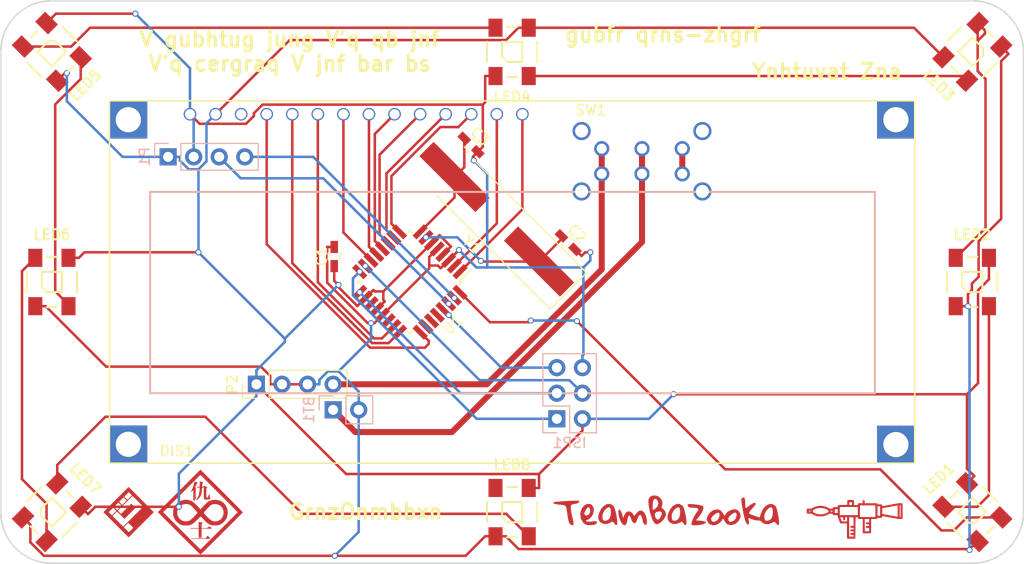
<source format=kicad_pcb>
(kicad_pcb (version 20171130) (host pcbnew "(5.1.12)-1")
  (layers (0 F.Cu signal) (31 B.Cu signal) (34 B.Paste user) (35 F.Paste user) (36 B.SilkS user) (37 F.SilkS user) (38 B.Mask user) (39 F.Mask user) (44 Edge.Cuts user))
  (net 0 "")
  (net 1 +BATT)
  (net 2 +5V)
  (net 3 GND)
  (net 4 /CLK1)
  (net 5 /CLK2)
  (net 6 /ISP1)
  (net 7 /ISP3)
  (net 8 /ISP4)
  (net 9 /ISP5)
  (net 10 "Net-(LED1-Pad2)")
  (net 11 /RGB1)
  (net 12 "Net-(LED2-Pad2)")
  (net 13 "Net-(LED3-Pad2)")
  (net 14 "Net-(LED4-Pad2)")
  (net 15 "Net-(SW1-Pad3)")
  (net 16 /DB6)
  (net 17 /RS)
  (net 18 /DB7)
  (net 19 /RW)
  (net 20 /E)
  (net 21 /DB0)
  (net 22 /DB1)
  (net 23 /DB2)
  (net 24 /DB3)
  (net 25 "Net-(U1-Pad26)")
  (net 26 /DB4)
  (net 27 "Net-(U1-Pad27)")
  (net 28 /DB5)
  (net 29 "Net-(U1-Pad28)")
  (net 30 "Net-(LED5-Pad2)")
  (net 31 "Net-(LED6-Pad2)")
  (net 32 "Net-(LED7-Pad2)")
  (net 33 "Net-(LED8-Pad2)")
  (net 34 "Net-(U1-Pad19)")
  (net 35 "Net-(U1-Pad22)")
  (net 36 "Net-(DIS1-Pad3)")
  (net 37 /TX)
  (net 38 /RX)
  (net 39 "Net-(BT1-Pad1)")
  (module Pin_Headers:Pin_Header_Straight_1x02_Pitch2.54mm (layer B.Cu) (at 46.61 54.47 270)
    (fp_text reference BT1 (at 0 2.39 270) (layer B.SilkS) (effects (justify mirror)))
    (fp_text value 18650)
    (pad 1 thru_hole rect (at 0 0 270) (size 1.7 1.7) (drill 1) (layers *.Cu *.Mask) (net 39 "Net-(BT1-Pad1)"))
    (pad 2 thru_hole oval (at 0 -2.54 270) (size 1.7 1.7) (drill 1) (layers *.Cu *.Mask) (net 3 GND))
  )
  (module Capacitors_SMD:C_0603_HandSoldering (layer F.Cu) (at 46.7167 39.2376 90)
    (fp_text reference C1 (at 0 -1.25 90) (layer F.SilkS))
    (fp_text value 100n)
    (pad 1 smd rect (at -0.95 0 90) (size 1.2 0.75) (layers F.Cu F.Paste F.Mask) (net 2 +5V))
    (pad 2 smd rect (at 0.95 0 90) (size 1.2 0.75) (layers F.Cu F.Paste F.Mask) (net 3 GND))
  )
  (module Capacitors_SMD:C_0603_HandSoldering (layer F.Cu) (at 69.9628 37.8559 315)
    (fp_text reference C2 (at 0 -1.25 315) (layer F.SilkS))
    (fp_text value 22p)
    (pad 1 smd rect (at -0.95 0 315) (size 1.2 0.75) (layers F.Cu F.Paste F.Mask) (net 4 /CLK1))
    (pad 2 smd rect (at 0.95 0 315) (size 1.2 0.75) (layers F.Cu F.Paste F.Mask) (net 3 GND))
  )
  (module Capacitors_SMD:C_0603_HandSoldering (layer F.Cu) (at 60.3108 28.1632 315)
    (fp_text reference C3 (at 0 -1.25 315) (layer F.SilkS))
    (fp_text value 22p)
    (pad 1 smd rect (at -0.95 0 315) (size 1.2 0.75) (layers F.Cu F.Paste F.Mask) (net 5 /CLK2))
    (pad 2 smd rect (at 0.95 0 315) (size 1.2 0.75) (layers F.Cu F.Paste F.Mask) (net 3 GND))
  )
  (module Pin_Headers:Pin_Header_Straight_2x03_Pitch2.54mm (layer B.Cu) (at 68.835 55.359)
    (fp_text reference ISP1 (at 1.27 2.39) (layer B.SilkS) (effects (justify mirror)))
    (fp_text value CONN_02X03 hide)
    (pad 1 thru_hole rect (at 0 0) (size 1.7 1.7) (drill 1) (layers *.Cu *.Mask) (net 6 /ISP1))
    (pad 2 thru_hole oval (at 2.54 0) (size 1.7 1.7) (drill 1) (layers *.Cu *.Mask) (net 2 +5V))
    (pad 3 thru_hole oval (at 0 -2.54) (size 1.7 1.7) (drill 1) (layers *.Cu *.Mask) (net 7 /ISP3))
    (pad 4 thru_hole oval (at 2.54 -2.54) (size 1.7 1.7) (drill 1) (layers *.Cu *.Mask) (net 8 /ISP4))
    (pad 5 thru_hole oval (at 0 -5.08) (size 1.7 1.7) (drill 1) (layers *.Cu *.Mask) (net 9 /ISP5))
    (pad 6 thru_hole oval (at 2.54 -5.08) (size 1.7 1.7) (drill 1) (layers *.Cu *.Mask) (net 3 GND))
  )
  (module WS2812B:WS2812B (layer F.Cu) (at 110.11 64.63 45)
    (fp_text reference LED1 (at 0 -4.7 45) (layer F.SilkS) (effects (font (thickness 0.2))))
    (fp_text value WS2812B hide)
    (pad 1 smd rect (at 1.65 -2.4 45) (size 1.4 1.8) (layers F.Cu F.Paste F.Mask) (net 2 +5V))
    (pad 2 smd rect (at -1.65 -2.4 45) (size 1.4 1.8) (layers F.Cu F.Paste F.Mask) (net 10 "Net-(LED1-Pad2)"))
    (pad 3 smd rect (at -1.65 2.4 45) (size 1.4 1.8) (layers F.Cu F.Paste F.Mask) (net 3 GND))
    (pad 4 smd rect (at 1.65 2.4 45) (size 1.4 1.8) (layers F.Cu F.Paste F.Mask) (net 11 /RGB1))
  )
  (module WS2812B:WS2812B (layer F.Cu) (at 110.11 41.77)
    (fp_text reference LED2 (at 0 -4.7) (layer F.SilkS) (effects (font (thickness 0.2))))
    (fp_text value WS2812B hide)
    (pad 1 smd rect (at 1.65 -2.4) (size 1.4 1.8) (layers F.Cu F.Paste F.Mask) (net 2 +5V))
    (pad 2 smd rect (at -1.65 -2.4) (size 1.4 1.8) (layers F.Cu F.Paste F.Mask) (net 12 "Net-(LED2-Pad2)"))
    (pad 3 smd rect (at -1.65 2.4) (size 1.4 1.8) (layers F.Cu F.Paste F.Mask) (net 3 GND))
    (pad 4 smd rect (at 1.65 2.4) (size 1.4 1.8) (layers F.Cu F.Paste F.Mask) (net 10 "Net-(LED1-Pad2)"))
  )
  (module WS2812B:WS2812B (layer F.Cu) (at 110.11 18.91 135)
    (fp_text reference LED3 (at 0 -4.7 135) (layer F.SilkS) (effects (font (thickness 0.2))))
    (fp_text value WS2812B hide)
    (pad 1 smd rect (at 1.65 -2.4 135) (size 1.4 1.8) (layers F.Cu F.Paste F.Mask) (net 2 +5V))
    (pad 2 smd rect (at -1.65 -2.4 135) (size 1.4 1.8) (layers F.Cu F.Paste F.Mask) (net 13 "Net-(LED3-Pad2)"))
    (pad 3 smd rect (at -1.65 2.4 135) (size 1.4 1.8) (layers F.Cu F.Paste F.Mask) (net 3 GND))
    (pad 4 smd rect (at 1.65 2.4 135) (size 1.4 1.8) (layers F.Cu F.Paste F.Mask) (net 12 "Net-(LED2-Pad2)"))
  )
  (module WS2812B:WS2812B (layer F.Cu) (at 64.39 18.91)
    (fp_text reference LED4 (at 0.0254 4.47802) (layer F.SilkS) (effects (font (thickness 0.2))))
    (fp_text value WS2812B hide)
    (pad 1 smd rect (at 1.65 -2.4) (size 1.4 1.8) (layers F.Cu F.Paste F.Mask) (net 2 +5V))
    (pad 2 smd rect (at -1.65 -2.4) (size 1.4 1.8) (layers F.Cu F.Paste F.Mask) (net 14 "Net-(LED4-Pad2)"))
    (pad 3 smd rect (at -1.65 2.4) (size 1.4 1.8) (layers F.Cu F.Paste F.Mask) (net 3 GND))
    (pad 4 smd rect (at 1.65 2.4) (size 1.4 1.8) (layers F.Cu F.Paste F.Mask) (net 13 "Net-(LED3-Pad2)"))
  )
  (module Pin_Headers:Pin_Header_Straight_1x04_Pitch2.54mm (layer F.Cu) (at 38.99 51.93 90)
    (fp_text reference P2 (at 0 -2.39 90) (layer F.SilkS))
    (fp_text value CONN_01X04 hide)
    (pad 1 thru_hole rect (at 0 0 90) (size 1.7 1.7) (drill 1) (layers *.Cu *.Mask) (net 2 +5V))
    (pad 2 thru_hole oval (at 0 2.54 90) (size 1.7 1.7) (drill 1) (layers *.Cu *.Mask) (net 3 GND))
    (pad 3 thru_hole oval (at 0 5.08 90) (size 1.7 1.7) (drill 1) (layers *.Cu *.Mask) (net 3 GND))
    (pad 4 thru_hole oval (at 0 7.62 90) (size 1.7 1.7) (drill 1) (layers *.Cu *.Mask) (net 1 +BATT))
  )
  (module footprints:switch_EG2219 (layer F.Cu) (at 77.2932 29.7736)
    (fp_text reference SW1 (at -5.08 -5.08) (layer F.SilkS))
    (fp_text value SW_DPDT_x2 hide)
    (pad 1 thru_hole circle (at -4 -1.25) (size 1.5 1.5) (drill 1) (layers *.Cu *.Mask) (net 1 +BATT))
    (pad 2 thru_hole circle (at 0 -1.25) (size 1.5 1.5) (drill 1) (layers *.Cu *.Mask) (net 39 "Net-(BT1-Pad1)"))
    (pad 3 thru_hole circle (at 4 -1.25) (size 1.5 1.5) (drill 1) (layers *.Cu *.Mask) (net 15 "Net-(SW1-Pad3)"))
    (pad 1 thru_hole circle (at -4 1.25) (size 1.5 1.5) (drill 1) (layers *.Cu *.Mask) (net 1 +BATT))
    (pad 2 thru_hole circle (at 0 1.25) (size 1.5 1.5) (drill 1) (layers *.Cu *.Mask) (net 39 "Net-(BT1-Pad1)"))
    (pad 3 thru_hole circle (at 4 1.25) (size 1.5 1.5) (drill 1) (layers *.Cu *.Mask) (net 15 "Net-(SW1-Pad3)"))
    (pad 4 thru_hole circle (at -6 -3) (size 1.8 1.8) (drill 1.3) (layers *.Cu *.Mask))
    (pad 4 thru_hole circle (at 6 -3) (size 1.8 1.8) (drill 1.3) (layers *.Cu *.Mask))
    (pad 4 thru_hole circle (at -6 3) (size 1.8 1.8) (drill 1.3) (layers *.Cu *.Mask))
    (pad 4 thru_hole circle (at 6 3) (size 1.8 1.8) (drill 1.3) (layers *.Cu *.Mask))
  )
  (module footprints:VFD (layer F.Cu) (at 64.39 41.77)
    (fp_text reference DIS1 (at -33.3248 16.7894) (layer F.SilkS))
    (fp_text value VFD)
    (pad 16 thru_hole rect (at -38.125 -16.125) (size 3.75 3.75) (drill 2.5) (layers *.Cu *.Mask))
    (pad 17 thru_hole rect (at 38.125 -16.125) (size 3.75 3.75) (drill 2.5) (layers *.Cu *.Mask))
    (pad 18 thru_hole rect (at -38.125 16.125) (size 3.75 3.75) (drill 2.5) (layers *.Cu *.Mask))
    (pad 19 thru_hole rect (at 38.125 16.15) (size 3.75 3.75) (drill 2.5) (layers *.Cu *.Mask))
    (pad 1 thru_hole circle (at -32 -16.67) (size 1.25 1.25) (drill 1) (layers *.Cu *.Mask) (net 3 GND))
    (pad 2 thru_hole circle (at -29.46 -16.67) (size 1.25 1.25) (drill 1) (layers *.Cu *.Mask) (net 2 +5V))
    (pad 3 thru_hole circle (at -26.92 -16.67) (size 1.25 1.25) (drill 1) (layers *.Cu *.Mask) (net 36 "Net-(DIS1-Pad3)"))
    (pad 4 thru_hole circle (at -24.38 -16.67) (size 1.25 1.25) (drill 1) (layers *.Cu *.Mask) (net 17 /RS))
    (pad 5 thru_hole circle (at -21.84 -16.67) (size 1.25 1.25) (drill 1) (layers *.Cu *.Mask) (net 19 /RW))
    (pad 6 thru_hole circle (at -19.3 -16.67) (size 1.25 1.25) (drill 1) (layers *.Cu *.Mask) (net 20 /E))
    (pad 7 thru_hole circle (at -16.76 -16.67) (size 1.25 1.25) (drill 1) (layers *.Cu *.Mask) (net 21 /DB0))
    (pad 8 thru_hole circle (at -14.22 -16.67) (size 1.25 1.25) (drill 1) (layers *.Cu *.Mask) (net 22 /DB1))
    (pad 9 thru_hole circle (at -11.68 -16.67) (size 1.25 1.25) (drill 1) (layers *.Cu *.Mask) (net 23 /DB2))
    (pad 10 thru_hole circle (at -9.14 -16.67) (size 1.25 1.25) (drill 1) (layers *.Cu *.Mask) (net 24 /DB3))
    (pad 11 thru_hole circle (at -6.6 -16.67) (size 1.25 1.25) (drill 1) (layers *.Cu *.Mask) (net 26 /DB4))
    (pad 12 thru_hole circle (at -4.06 -16.67) (size 1.25 1.25) (drill 1) (layers *.Cu *.Mask) (net 28 /DB5))
    (pad 13 thru_hole circle (at -1.52 -16.67) (size 1.25 1.25) (drill 1) (layers *.Cu *.Mask) (net 16 /DB6))
    (pad 14 thru_hole circle (at 1.02 -16.67) (size 1.25 1.25) (drill 1) (layers *.Cu *.Mask) (net 18 /DB7))
  )
  (module WS2812B:WS2812B (layer F.Cu) (at 18.67 18.91 225)
    (fp_text reference LED5 (at 0 -4.7 225) (layer F.SilkS) (effects (font (thickness 0.2))))
    (fp_text value WS2812B hide)
    (pad 1 smd rect (at 1.65 -2.4 225) (size 1.4 1.8) (layers F.Cu F.Paste F.Mask) (net 2 +5V))
    (pad 2 smd rect (at -1.65 -2.4 225) (size 1.4 1.8) (layers F.Cu F.Paste F.Mask) (net 30 "Net-(LED5-Pad2)"))
    (pad 3 smd rect (at -1.65 2.4 225) (size 1.4 1.8) (layers F.Cu F.Paste F.Mask) (net 3 GND))
    (pad 4 smd rect (at 1.65 2.4 225) (size 1.4 1.8) (layers F.Cu F.Paste F.Mask) (net 14 "Net-(LED4-Pad2)"))
  )
  (module WS2812B:WS2812B (layer F.Cu) (at 18.67 41.77)
    (fp_text reference LED6 (at 0 -4.7) (layer F.SilkS) (effects (font (thickness 0.2))))
    (fp_text value WS2812B hide)
    (pad 1 smd rect (at 1.65 -2.4) (size 1.4 1.8) (layers F.Cu F.Paste F.Mask) (net 2 +5V))
    (pad 2 smd rect (at -1.65 -2.4) (size 1.4 1.8) (layers F.Cu F.Paste F.Mask) (net 31 "Net-(LED6-Pad2)"))
    (pad 3 smd rect (at -1.65 2.4) (size 1.4 1.8) (layers F.Cu F.Paste F.Mask) (net 3 GND))
    (pad 4 smd rect (at 1.65 2.4) (size 1.4 1.8) (layers F.Cu F.Paste F.Mask) (net 30 "Net-(LED5-Pad2)"))
  )
  (module WS2812B:WS2812B (layer F.Cu) (at 18.67 64.63 315)
    (fp_text reference LED7 (at 0 -4.7 315) (layer F.SilkS) (effects (font (thickness 0.2))))
    (fp_text value WS2812B hide)
    (pad 1 smd rect (at 1.65 -2.4 315) (size 1.4 1.8) (layers F.Cu F.Paste F.Mask) (net 2 +5V))
    (pad 2 smd rect (at -1.65 -2.4 315) (size 1.4 1.8) (layers F.Cu F.Paste F.Mask) (net 32 "Net-(LED7-Pad2)"))
    (pad 3 smd rect (at -1.65 2.4 315) (size 1.4 1.8) (layers F.Cu F.Paste F.Mask) (net 3 GND))
    (pad 4 smd rect (at 1.65 2.4 315) (size 1.4 1.8) (layers F.Cu F.Paste F.Mask) (net 31 "Net-(LED6-Pad2)"))
  )
  (module WS2812B:WS2812B (layer F.Cu) (at 64.39 64.63)
    (fp_text reference LED8 (at 0 -4.7) (layer F.SilkS) (effects (font (thickness 0.2))))
    (fp_text value WS2812B hide)
    (pad 1 smd rect (at 1.65 -2.4) (size 1.4 1.8) (layers F.Cu F.Paste F.Mask) (net 2 +5V))
    (pad 2 smd rect (at -1.65 -2.4) (size 1.4 1.8) (layers F.Cu F.Paste F.Mask) (net 33 "Net-(LED8-Pad2)"))
    (pad 3 smd rect (at -1.65 2.4) (size 1.4 1.8) (layers F.Cu F.Paste F.Mask) (net 3 GND))
    (pad 4 smd rect (at 1.65 2.4) (size 1.4 1.8) (layers F.Cu F.Paste F.Mask) (net 32 "Net-(LED7-Pad2)"))
  )
  (module Housings_QFP:TQFP-32_7x7mm_Pitch0.8mm (layer F.Cu) (at 54.23 41.77 225)
    (fp_text reference U1 (at 0 -6.05 225) (layer F.SilkS))
    (fp_text value ATMEGA328P-AU)
    (pad 1 smd rect (at -4.25 -2.8 225) (size 1.6 0.55) (layers F.Cu F.Paste F.Mask) (net 18 /DB7))
    (pad 2 smd rect (at -4.25 -2 225) (size 1.6 0.55) (layers F.Cu F.Paste F.Mask) (net 16 /DB6))
    (pad 3 smd rect (at -4.25 -1.2 225) (size 1.6 0.55) (layers F.Cu F.Paste F.Mask) (net 3 GND))
    (pad 4 smd rect (at -4.25 -0.4 225) (size 1.6 0.55) (layers F.Cu F.Paste F.Mask) (net 2 +5V))
    (pad 5 smd rect (at -4.25 0.4 225) (size 1.6 0.55) (layers F.Cu F.Paste F.Mask) (net 3 GND))
    (pad 6 smd rect (at -4.25 1.2 225) (size 1.6 0.55) (layers F.Cu F.Paste F.Mask) (net 2 +5V))
    (pad 7 smd rect (at -4.25 2 225) (size 1.6 0.55) (layers F.Cu F.Paste F.Mask) (net 4 /CLK1))
    (pad 8 smd rect (at -4.25 2.8 225) (size 1.6 0.55) (layers F.Cu F.Paste F.Mask) (net 5 /CLK2))
    (pad 9 smd rect (at -2.8 4.25 315) (size 1.6 0.55) (layers F.Cu F.Paste F.Mask) (net 28 /DB5))
    (pad 10 smd rect (at -2 4.25 315) (size 1.6 0.55) (layers F.Cu F.Paste F.Mask) (net 26 /DB4))
    (pad 11 smd rect (at -1.2 4.25 315) (size 1.6 0.55) (layers F.Cu F.Paste F.Mask) (net 24 /DB3))
    (pad 12 smd rect (at -0.4 4.25 315) (size 1.6 0.55) (layers F.Cu F.Paste F.Mask) (net 23 /DB2))
    (pad 13 smd rect (at 0.4 4.25 315) (size 1.6 0.55) (layers F.Cu F.Paste F.Mask) (net 22 /DB1))
    (pad 14 smd rect (at 1.2 4.25 315) (size 1.6 0.55) (layers F.Cu F.Paste F.Mask) (net 21 /DB0))
    (pad 15 smd rect (at 2 4.25 315) (size 1.6 0.55) (layers F.Cu F.Paste F.Mask) (net 8 /ISP4))
    (pad 16 smd rect (at 2.8 4.25 315) (size 1.6 0.55) (layers F.Cu F.Paste F.Mask) (net 6 /ISP1))
    (pad 17 smd rect (at 4.25 2.8 225) (size 1.6 0.55) (layers F.Cu F.Paste F.Mask) (net 7 /ISP3))
    (pad 18 smd rect (at 4.25 2 225) (size 1.6 0.55) (layers F.Cu F.Paste F.Mask) (net 2 +5V))
    (pad 19 smd rect (at 4.25 1.2 225) (size 1.6 0.55) (layers F.Cu F.Paste F.Mask) (net 34 "Net-(U1-Pad19)"))
    (pad 20 smd rect (at 4.25 0.4 225) (size 1.6 0.55) (layers F.Cu F.Paste F.Mask) (net 2 +5V))
    (pad 21 smd rect (at 4.25 -0.4 225) (size 1.6 0.55) (layers F.Cu F.Paste F.Mask) (net 3 GND))
    (pad 22 smd rect (at 4.25 -1.2 225) (size 1.6 0.55) (layers F.Cu F.Paste F.Mask) (net 35 "Net-(U1-Pad22)"))
    (pad 23 smd rect (at 4.25 -2 225) (size 1.6 0.55) (layers F.Cu F.Paste F.Mask) (net 20 /E))
    (pad 24 smd rect (at 4.25 -2.8 225) (size 1.6 0.55) (layers F.Cu F.Paste F.Mask) (net 19 /RW))
    (pad 25 smd rect (at 2.8 -4.25 315) (size 1.6 0.55) (layers F.Cu F.Paste F.Mask) (net 17 /RS))
    (pad 26 smd rect (at 2 -4.25 315) (size 1.6 0.55) (layers F.Cu F.Paste F.Mask) (net 25 "Net-(U1-Pad26)"))
    (pad 27 smd rect (at 1.2 -4.25 315) (size 1.6 0.55) (layers F.Cu F.Paste F.Mask) (net 27 "Net-(U1-Pad27)"))
    (pad 28 smd rect (at 0.4 -4.25 315) (size 1.6 0.55) (layers F.Cu F.Paste F.Mask) (net 29 "Net-(U1-Pad28)"))
    (pad 29 smd rect (at -0.4 -4.25 315) (size 1.6 0.55) (layers F.Cu F.Paste F.Mask) (net 9 /ISP5))
    (pad 30 smd rect (at -1.2 -4.25 315) (size 1.6 0.55) (layers F.Cu F.Paste F.Mask) (net 38 /RX))
    (pad 31 smd rect (at -2 -4.25 315) (size 1.6 0.55) (layers F.Cu F.Paste F.Mask) (net 37 /TX))
    (pad 32 smd rect (at -2.8 -4.25 315) (size 1.6 0.55) (layers F.Cu F.Paste F.Mask) (net 11 /RGB1))
  )
  (module images:p_logo_5_copper (layer F.Cu) (at 26.29 64.63)
    (fp_text reference G***_8 hide)
    (fp_text value LOGO hide)
    (fp_poly (pts (xy 0.013409 -2.469379) (xy 0.029613 -2.46281) (xy 0.03481 -2.459874) (xy 0.03768 -2.457361) (xy 0.044395 -2.450988) (xy 0.054822 -2.440888) (xy 0.068828 -2.427193) (xy 0.08628 -2.410036) (xy 0.107046 -2.389551) (xy 0.130994 -2.365869) (xy 0.157989 -2.339125) (xy 0.1879 -2.30945) (xy 0.220594 -2.276979) (xy 0.255937 -2.241842) (xy 0.293798 -2.204175) (xy 0.334043 -2.164109) (xy 0.37654 -2.121776) (xy 0.421155 -2.077311) (xy 0.467757 -2.030847) (xy 0.516212 -1.982514) (xy 0.566387 -1.932448) (xy 0.618151 -1.88078) (xy 0.671369 -1.827644) (xy 0.72591 -1.773172) (xy 0.781641 -1.717498) (xy 0.838428 -1.660753) (xy 0.896139 -1.603072) (xy 0.954641 -1.544586) (xy 1.013802 -1.485429) (xy 1.073489 -1.425734) (xy 1.133569 -1.365633) (xy 1.193909 -1.30526) (xy 1.254376 -1.244747) (xy 1.314838 -1.184227) (xy 1.375162 -1.123833) (xy 1.435215 -1.063698) (xy 1.494864 -1.003954) (xy 1.553977 -0.944736) (xy 1.612421 -0.886175) (xy 1.670063 -0.828404) (xy 1.726771 -0.771557) (xy 1.782411 -0.715765) (xy 1.836851 -0.661163) (xy 1.889958 -0.607883) (xy 1.941599 -0.556057) (xy 1.991642 -0.505819) (xy 2.039953 -0.457302) (xy 2.086401 -0.410638) (xy 2.130852 -0.36596) (xy 2.173173 -0.323401) (xy 2.213232 -0.283095) (xy 2.250896 -0.245173) (xy 2.286033 -0.20977) (xy 2.318508 -0.177016) (xy 2.348191 -0.147047) (xy 2.374947 -0.119994) (xy 2.398644 -0.09599) (xy 2.41915 -0.075168) (xy 2.436332 -0.057662) (xy 2.450056 -0.043603) (xy 2.460191 -0.033125) (xy 2.466603 -0.026361) (xy 2.469159 -0.023443) (xy 2.469186 -0.023396) (xy 2.47428 -0.007137) (xy 2.474618 0.010346) (xy 2.470214 0.02726) (xy 2.468739 0.030471) (xy 2.46719 0.032488) (xy 2.463455 0.036668) (xy 2.45747 0.043072) (xy 2.449172 0.051766) (xy 2.438498 0.062812) (xy 2.425385 0.076274) (xy 2.409768 0.092216) (xy 2.391584 0.110702) (xy 2.370771 0.131795) (xy 2.347263 0.155559) (xy 2.320999 0.182057) (xy 2.291915 0.211354) (xy 2.259947 0.243513) (xy 2.225031 0.278597) (xy 2.187105 0.31667) (xy 2.146104 0.357797) (xy 2.101966 0.40204) (xy 2.054627 0.449463) (xy 2.004024 0.500131) (xy 1.950093 0.554105) (xy 1.89277 0.611452) (xy 1.831992 0.672233) (xy 1.767697 0.736512) (xy 1.699819 0.804354) (xy 1.628297 0.875822) (xy 1.553066 0.95098) (xy 1.474063 1.02989) (xy 1.391225 1.112618) (xy 1.304488 1.199226) (xy 1.250827 1.252802) (xy 1.181361 1.322147) (xy 1.112859 1.390516) (xy 1.045431 1.457801) (xy 0.979186 1.523891) (xy 0.914234 1.588677) (xy 0.850684 1.65205) (xy 0.788647 1.713902) (xy 0.728232 1.774123) (xy 0.66955 1.832603) (xy 0.612709 1.889233) (xy 0.55782 1.943905) (xy 0.504992 1.996509) (xy 0.454336 2.046935) (xy 0.40596 2.095075) (xy 0.359976 2.14082) (xy 0.316491 2.184059) (xy 0.275617 2.224685) (xy 0.237464 2.262587) (xy 0.20214 2.297657) (xy 0.169755 2.329785) (xy 0.14042 2.358862) (xy 0.114244 2.384779) (xy 0.091337 2.407427) (xy 0.071809 2.426696) (xy 0.05577 2.442478) (xy 0.043328 2.454662) (xy 0.034595 2.46314) (xy 0.02968 2.467803) (xy 0.028612 2.468722) (xy 0.01432 2.474632) (xy -0.001103 2.476739) (xy -0.015455 2.474781) (xy -0.017258 2.474166) (xy -0.02663 2.469863) (xy -0.035295 2.464665) (xy -0.035602 2.464443) (xy -0.038049 2.462123) (xy -0.044376 2.45592) (xy -0.054474 2.445942) (xy -0.068234 2.4323) (xy -0.085546 2.415103) (xy -0.1063 2.39446) (xy -0.130387 2.37048) (xy -0.157697 2.343273) (xy -0.188122 2.312948) (xy -0.221551 2.279614) (xy -0.257874 2.243381) (xy -0.296984 2.204359) (xy -0.338769 2.162655) (xy -0.383121 2.11838) (xy -0.42993 2.071643) (xy -0.479086 2.022553) (xy -0.530481 1.97122) (xy -0.584004 1.917753) (xy -0.639546 1.862261) (xy -0.696997 1.804854) (xy -0.756249 1.74564) (xy -0.817191 1.68473) (xy -0.879714 1.622232) (xy -0.943709 1.558256) (xy -0.998477 1.503498) (xy -0.458521 1.503498) (xy -0.454184 1.520884) (xy -0.450597 1.528413) (xy -0.447913 1.532226) (xy -0.442658 1.538483) (xy -0.434698 1.547324) (xy -0.423896 1.558891) (xy -0.410115 1.573322) (xy -0.39322 1.590759) (xy -0.373073 1.61134) (xy -0.34954 1.635206) (xy -0.322483 1.662497) (xy -0.291766 1.693353) (xy -0.257253 1.727914) (xy -0.229143 1.756005) (xy -0.200096 1.784963) (xy -0.172032 1.812855) (xy -0.145223 1.839413) (xy -0.119944 1.864371) (xy -0.096468 1.88746) (xy -0.075068 1.908415) (xy -0.056019 1.926967) (xy -0.039594 1.942849) (xy -0.026066 1.955794) (xy -0.01571 1.965534) (xy -0.008798 1.971802) (xy -0.005644 1.974313) (xy 0.010863 1.980837) (xy 0.026236 1.98257) (xy 0.04204 1.979529) (xy 0.053622 1.974839) (xy 0.05709 1.97261) (xy 0.062653 1.968147) (xy 0.070492 1.961279) (xy 0.080784 1.951832) (xy 0.093709 1.939634) (xy 0.109446 1.924514) (xy 0.128174 1.906298) (xy 0.150072 1.884814) (xy 0.175318 1.859889) (xy 0.204093 1.831352) (xy 0.236574 1.799029) (xy 0.250418 1.785227) (xy 0.282068 1.753644) (xy 0.309955 1.725774) (xy 0.334327 1.701362) (xy 0.355428 1.680147) (xy 0.373508 1.661873) (xy 0.388812 1.646281) (xy 0.401587 1.633114) (xy 0.412081 1.622114) (xy 0.42054 1.613022) (xy 0.427212 1.60558) (xy 0.432342 1.599531) (xy 0.436179 1.594617) (xy 0.438968 1.590579) (xy 0.440957 1.58716) (xy 0.441956 1.585108) (xy 0.447502 1.567536) (xy 0.447705 1.550513) (xy 0.442559 1.532928) (xy 0.441732 1.531055) (xy 0.4389 1.527224) (xy 0.432356 1.519763) (xy 0.422419 1.508993) (xy 0.409409 1.495233) (xy 0.393646 1.478804) (xy 0.37545 1.460025) (xy 0.35514 1.439216) (xy 0.333036 1.416697) (xy 0.309459 1.392788) (xy 0.284729 1.367809) (xy 0.259164 1.342079) (xy 0.233086 1.315919) (xy 0.206814 1.289649) (xy 0.180667 1.263588) (xy 0.154967 1.238057) (xy 0.130032 1.213374) (xy 0.106183 1.189861) (xy 0.083739 1.167837) (xy 0.06302 1.147622) (xy 0.044347 1.129535) (xy 0.028039 1.113897) (xy 0.014416 1.101028) (xy 0.003798 1.091247) (xy -0.003495 1.084875) (xy -0.007055 1.082268) (xy -0.024826 1.076573) (xy -0.04197 1.076248) (xy -0.059576 1.081289) (xy -0.061108 1.081956) (xy -0.064235 1.083513) (xy -0.067765 1.085668) (xy -0.071956 1.088668) (xy -0.077067 1.092761) (xy -0.083357 1.098195) (xy -0.091082 1.105219) (xy -0.100503 1.114081) (xy -0.111877 1.12503) (xy -0.125463 1.138313) (xy -0.14152 1.154178) (xy -0.160305 1.172874) (xy -0.182077 1.19465) (xy -0.207095 1.219753) (xy -0.235617 1.248431) (xy -0.260514 1.273494) (xy -0.287352 1.300573) (xy -0.313166 1.326727) (xy -0.337663 1.351649) (xy -0.360548 1.375035) (xy -0.381527 1.396582) (xy -0.400304 1.415985) (xy -0.416586 1.432939) (xy -0.430079 1.447141) (xy -0.440487 1.458286) (xy -0.447516 1.466069) (xy -0.450872 1.470186) (xy -0.450967 1.470338) (xy -0.45745 1.486439) (xy -0.458521 1.503498) (xy -0.998477 1.503498) (xy -1.009066 1.492912) (xy -1.075675 1.426307) (xy -1.143428 1.358553) (xy -1.212214 1.289758) (xy -1.252244 1.249719) (xy -1.338546 1.163392) (xy -1.420931 1.080973) (xy -1.499481 1.002382) (xy -1.574274 0.927538) (xy -1.645391 0.856363) (xy -1.71291 0.788775) (xy -1.776911 0.724694) (xy -1.837473 0.664042) (xy -1.894676 0.606738) (xy -1.9486 0.552701) (xy -1.999324 0.501853) (xy -2.046927 0.454113) (xy -2.091489 0.409401) (xy -2.12747 0.373278) (xy -1.576757 0.373278) (xy -1.576346 0.39145) (xy -1.571765 0.4064) (xy -1.570141 0.408978) (xy -1.566804 0.413188) (xy -1.561605 0.419185) (xy -1.554395 0.427121) (xy -1.545024 0.437148) (xy -1.533342 0.449421) (xy -1.519199 0.464093) (xy -1.502446 0.481316) (xy -1.482933 0.501244) (xy -1.46051 0.52403) (xy -1.435028 0.549827) (xy -1.406338 0.578789) (xy -1.374288 0.611068) (xy -1.338731 0.646818) (xy -1.299515 0.686192) (xy -1.256492 0.729342) (xy -1.242213 0.743655) (xy -1.205957 0.78) (xy -1.170406 0.815648) (xy -1.135801 0.850359) (xy -1.102383 0.883889) (xy -1.070394 0.915998) (xy -1.040073 0.946442) (xy -1.011662 0.97498) (xy -0.985402 1.00137) (xy -0.961534 1.025369) (xy -0.940297 1.046736) (xy -0.921935 1.065228) (xy -0.906686 1.080604) (xy -0.894793 1.092622) (xy -0.886496 1.101039) (xy -0.883236 1.104371) (xy -0.870589 1.117139) (xy -0.858025 1.129398) (xy -0.84657 1.140177) (xy -0.837251 1.148504) (xy -0.832555 1.152349) (xy -0.82462 1.158667) (xy -0.818678 1.163917) (xy -0.816003 1.166972) (xy -0.815997 1.166989) (xy -0.813732 1.169775) (xy -0.80787 1.17609) (xy -0.798841 1.185503) (xy -0.787074 1.197588) (xy -0.772998 1.211915) (xy -0.757043 1.228057) (xy -0.739637 1.245584) (xy -0.721211 1.264069) (xy -0.702193 1.283083) (xy -0.683014 1.302198) (xy -0.664102 1.320986) (xy -0.645886 1.339018) (xy -0.628796 1.355866) (xy -0.613262 1.371101) (xy -0.599713 1.384296) (xy -0.588578 1.395021) (xy -0.580286 1.402849) (xy -0.575267 1.407352) (xy -0.574322 1.408091) (xy -0.556956 1.417753) (xy -0.540295 1.421965) (xy -0.523813 1.420785) (xy -0.5091 1.415364) (xy -0.505981 1.412815) (xy -0.499028 1.406419) (xy -0.488391 1.396323) (xy -0.47422 1.382679) (xy -0.456666 1.365635) (xy -0.435878 1.345343) (xy -0.412006 1.32195) (xy -0.385201 1.295608) (xy -0.355613 1.266466) (xy -0.323391 1.234675) (xy -0.288686 1.200382) (xy -0.251647 1.16374) (xy -0.212426 1.124896) (xy -0.171172 1.084002) (xy -0.128035 1.041207) (xy -0.083165 0.996661) (xy -0.036712 0.950513) (xy 0.011173 0.902914) (xy 0.060341 0.854012) (xy 0.110641 0.803959) (xy 0.161924 0.752904) (xy 0.214039 0.700996) (xy 0.266836 0.648386) (xy 0.320165 0.595222) (xy 0.373877 0.541656) (xy 0.42782 0.487837) (xy 0.481845 0.433915) (xy 0.535802 0.380039) (xy 0.58954 0.326359) (xy 0.64291 0.273025) (xy 0.695762 0.220187) (xy 0.747945 0.167995) (xy 0.799309 0.116598) (xy 0.849705 0.066147) (xy 0.898982 0.016791) (xy 0.94699 -0.03132) (xy 0.993578 -0.078037) (xy 1.038598 -0.123209) (xy 1.081899 -0.166687) (xy 1.12333 -0.20832) (xy 1.162742 -0.24796) (xy 1.199984 -0.285455) (xy 1.234907 -0.320657) (xy 1.26736 -0.353416) (xy 1.297194 -0.383582) (xy 1.324258 -0.411004) (xy 1.348402 -0.435534) (xy 1.369476 -0.457021) (xy 1.38733 -0.475316) (xy 1.401813 -0.490268) (xy 1.412777 -0.501729) (xy 1.42007 -0.509547) (xy 1.423543 -0.513574) (xy 1.423769 -0.513916) (xy 1.430653 -0.531789) (xy 1.432325 -0.550218) (xy 1.428758 -0.568162) (xy 1.42547 -0.575734) (xy 1.422713 -0.579202) (xy 1.41615 -0.586426) (xy 1.405993 -0.597195) (xy 1.392451 -0.6113) (xy 1.375734 -0.628532) (xy 1.356054 -0.64868) (xy 1.333619 -0.671535) (xy 1.308641 -0.696888) (xy 1.281329 -0.724528) (xy 1.251894 -0.754247) (xy 1.220546 -0.785834) (xy 1.187496 -0.81908) (xy 1.152953 -0.853776) (xy 1.117128 -0.889711) (xy 1.08023 -0.926676) (xy 1.042471 -0.964462) (xy 1.004061 -1.002858) (xy 0.965209 -1.041655) (xy 0.926126 -1.080644) (xy 0.887022 -1.119615) (xy 0.848108 -1.158358) (xy 0.809594 -1.196664) (xy 0.771689 -1.234323) (xy 0.734605 -1.271125) (xy 0.698551 -1.30686) (xy 0.663738 -1.34132) (xy 0.630376 -1.374295) (xy 0.598674 -1.405574) (xy 0.568845 -1.434948) (xy 0.541096 -1.462208) (xy 0.51564 -1.487144) (xy 0.492686 -1.509546) (xy 0.472444 -1.529205) (xy 0.455125 -1.545911) (xy 0.440939 -1.559454) (xy 0.430095 -1.569625) (xy 0.422805 -1.576214) (xy 0.419279 -1.579012) (xy 0.419252 -1.579026) (xy 0.401498 -1.585207) (xy 0.383842 -1.585745) (xy 0.366316 -1.58064) (xy 0.361672 -1.578328) (xy 0.358343 -1.575617) (xy 0.351216 -1.569084) (xy 0.340468 -1.558907) (xy 0.326273 -1.54526) (xy 0.308808 -1.528319) (xy 0.288247 -1.508258) (xy 0.264766 -1.485254) (xy 0.23854 -1.459481) (xy 0.209746 -1.431114) (xy 0.178559 -1.40033) (xy 0.145154 -1.367303) (xy 0.109706 -1.332208) (xy 0.072392 -1.295222) (xy 0.033387 -1.256519) (xy -0.007135 -1.216274) (xy -0.048996 -1.174663) (xy -0.092022 -1.131861) (xy -0.136038 -1.088043) (xy -0.180867 -1.043385) (xy -0.226335 -0.998062) (xy -0.272265 -0.95225) (xy -0.318482 -0.906122) (xy -0.364811 -0.859856) (xy -0.411076 -0.813626) (xy -0.457102 -0.767608) (xy -0.502713 -0.721976) (xy -0.547733 -0.676907) (xy -0.591988 -0.632574) (xy -0.635301 -0.589155) (xy -0.677497 -0.546823) (xy -0.718401 -0.505755) (xy -0.757837 -0.466125) (xy -0.79563 -0.428109) (xy -0.831603 -0.391883) (xy -0.865582 -0.35762) (xy -0.897391 -0.325498) (xy -0.926855 -0.295691) (xy -0.953797 -0.268374) (xy -0.978043 -0.243722) (xy -0.999417 -0.221912) (xy -1.017743 -0.203118) (xy -1.032846 -0.187515) (xy -1.044551 -0.17528) (xy -1.052682 -0.166586) (xy -1.057063 -0.16161) (xy -1.057776 -0.160607) (xy -1.063135 -0.143293) (xy -1.063082 -0.125263) (xy -1.057852 -0.10792) (xy -1.054408 -0.102822) (xy -1.047314 -0.094263) (xy -1.037006 -0.082677) (xy -1.023919 -0.068499) (xy -1.008487 -0.052164) (xy -0.991144 -0.034108) (xy -0.972325 -0.014765) (xy -0.952465 0.00543) (xy -0.931998 0.026041) (xy -0.911359 0.046635) (xy -0.890982 0.066774) (xy -0.871302 0.086025) (xy -0.852754 0.103953) (xy -0.835772 0.120122) (xy -0.820791 0.134098) (xy -0.808245 0.145445) (xy -0.798569 0.153729) (xy -0.792197 0.158514) (xy -0.791021 0.159189) (xy -0.772921 0.165327) (xy -0.754756 0.165861) (xy -0.736816 0.160783) (xy -0.7366 0.160686) (xy -0.734418 0.15928) (xy -0.730704 0.156286) (xy -0.725333 0.151583) (xy -0.718179 0.145045) (xy -0.709117 0.13655) (xy -0.698021 0.125974) (xy -0.684766 0.113192) (xy -0.669227 0.098082) (xy -0.651278 0.080521) (xy -0.630794 0.060383) (xy -0.60765 0.037546) (xy -0.58172 0.011886) (xy -0.552878 -0.016721) (xy -0.521 -0.048397) (xy -0.48596 -0.083268) (xy -0.447632 -0.121456) (xy -0.405892 -0.163086) (xy -0.360613 -0.20828) (xy -0.311671 -0.257162) (xy -0.25894 -0.309856) (xy -0.229301 -0.339484) (xy 0.265298 -0.833954) (xy 0.472019 -0.627233) (xy 0.678739 -0.420512) (xy 0.134056 0.124177) (xy 0.087685 0.170539) (xy 0.042345 0.215851) (xy -0.001801 0.259953) (xy -0.044592 0.302681) (xy -0.085863 0.343875) (xy -0.125454 0.383372) (xy -0.1632 0.42101) (xy -0.19894 0.456628) (xy -0.23251 0.490064) (xy -0.263749 0.521156) (xy -0.292493 0.549742) (xy -0.31858 0.57566) (xy -0.341848 0.598748) (xy -0.362133 0.618845) (xy -0.379273 0.635789) (xy -0.393106 0.649418) (xy -0.403468 0.659569) (xy -0.410198 0.666082) (xy -0.413132 0.668794) (xy -0.413247 0.668866) (xy -0.415485 0.666899) (xy -0.4215 0.661134) (xy -0.431089 0.651772) (xy -0.444047 0.639018) (xy -0.46017 0.623074) (xy -0.479256 0.604143) (xy -0.5011 0.582428) (xy -0.525499 0.558132) (xy -0.552248 0.531458) (xy -0.581145 0.502609) (xy -0.611984 0.471788) (xy -0.644563 0.439197) (xy -0.678678 0.40504) (xy -0.714125 0.36952) (xy -0.7507 0.33284) (xy -0.763205 0.320292) (xy -0.807707 0.275627) (xy -0.848403 0.234783) (xy -0.885475 0.19759) (xy -0.919109 0.163876) (xy -0.949488 0.133472) (xy -0.976796 0.106206) (xy -1.001218 0.081908) (xy -1.022937 0.060408) (xy -1.042138 0.041535) (xy -1.059003 0.025118) (xy -1.073719 0.010987) (xy -1.086468 -0.001029) (xy -1.097434 -0.0111) (xy -1.106802 -0.019396) (xy -1.114756 -0.02609) (xy -1.121479 -0.03135) (xy -1.127156 -0.035348) (xy -1.131971 -0.038254) (xy -1.136108 -0.040238) (xy -1.139751 -0.041472) (xy -1.143083 -0.042126) (xy -1.14629 -0.042371) (xy -1.149554 -0.042376) (xy -1.15306 -0.042313) (xy -1.15444 -0.042306) (xy -1.158875 -0.04226) (xy -1.163068 -0.041949) (xy -1.167282 -0.041141) (xy -1.171778 -0.039606) (xy -1.176817 -0.037113) (xy -1.182661 -0.033432) (xy -1.189572 -0.028332) (xy -1.197811 -0.021582) (xy -1.207638 -0.012951) (xy -1.219317 -0.00221) (xy -1.233108 0.010873) (xy -1.249272 0.026529) (xy -1.268072 0.044988) (xy -1.289769 0.066481) (xy -1.314623 0.091239) (xy -1.342897 0.119492) (xy -1.374853 0.151471) (xy -1.380642 0.157266) (xy -1.414003 0.190699) (xy -1.443539 0.220375) (xy -1.469445 0.246499) (xy -1.491918 0.269275) (xy -1.511155 0.288906) (xy -1.527352 0.305597) (xy -1.540705 0.319551) (xy -1.551411 0.330973) (xy -1.559667 0.340065) (xy -1.565669 0.347032) (xy -1.569613 0.352078) (xy -1.571696 0.355406) (xy -1.571786 0.3556) (xy -1.576757 0.373278) (xy -2.12747 0.373278) (xy -2.133089 0.367637) (xy -2.171807 0.328741) (xy -2.207722 0.292633) (xy -2.240914 0.259234) (xy -2.271462 0.228463) (xy -2.299446 0.200241) (xy -2.324945 0.174487) (xy -2.348039 0.151121) (xy -2.368807 0.130064) (xy -2.387329 0.111235) (xy -2.403683 0.094556) (xy -2.417951 0.079944) (xy -2.43021 0.067322) (xy -2.440541 0.056608) (xy -2.449023 0.047723) (xy -2.455735 0.040587) (xy -2.460757 0.03512) (xy -2.464169 0.031241) (xy -2.46605 0.028872) (xy -2.466444 0.028222) (xy -2.471502 0.01047) (xy -2.471448 0.008719) (xy -1.955061 0.008719) (xy -1.950728 0.025823) (xy -1.948917 0.030064) (xy -1.94686 0.034066) (xy -1.944016 0.038561) (xy -1.940066 0.043893) (xy -1.934689 0.050406) (xy -1.927565 0.058445) (xy -1.918375 0.068354) (xy -1.906797 0.080479) (xy -1.892513 0.095163) (xy -1.875202 0.112751) (xy -1.854544 0.133587) (xy -1.830219 0.158017) (xy -1.827935 0.160308) (xy -1.801173 0.187103) (xy -1.778039 0.210164) (xy -1.758208 0.229788) (xy -1.741354 0.246272) (xy -1.727155 0.259913) (xy -1.715286 0.271008) (xy -1.705421 0.279854) (xy -1.697238 0.286748) (xy -1.69041 0.291987) (xy -1.684616 0.295867) (xy -1.679528 0.298686) (xy -1.674825 0.30074) (xy -1.674308 0.300935) (xy -1.659887 0.303764) (xy -1.643794 0.302874) (xy -1.628368 0.298518) (xy -1.621939 0.2953) (xy -1.618238 0.292296) (xy -1.610861 0.285581) (xy -1.600111 0.275446) (xy -1.586287 0.262188) (xy -1.569691 0.246099) (xy -1.550623 0.227474) (xy -1.529385 0.206607) (xy -1.506277 0.183791) (xy -1.4816 0.159322) (xy -1.455656 0.133492) (xy -1.428745 0.106595) (xy -1.426058 0.103904) (xy -1.393828 0.071614) (xy -1.365353 0.043053) (xy -1.3404 0.017958) (xy -1.318736 -0.003937) (xy -1.300129 -0.022897) (xy -1.284346 -0.039187) (xy -1.271155 -0.053071) (xy -1.260321 -0.064816) (xy -1.251613 -0.074684) (xy -1.244799 -0.082943) (xy -1.239645 -0.089856) (xy -1.235918 -0.095688) (xy -1.233386 -0.100705) (xy -1.231817 -0.105171) (xy -1.230977 -0.109351) (xy -1.230634 -0.113511) (xy -1.230555 -0.117915) (xy -1.230551 -0.118685) (xy -1.230656 -0.124018) (xy -1.231211 -0.129077) (xy -1.232494 -0.134191) (xy -1.23478 -0.139692) (xy -1.238348 -0.145909) (xy -1.243474 -0.153173) (xy -1.250436 -0.161816) (xy -1.259512 -0.172166) (xy -1.270978 -0.184554) (xy -1.285112 -0.199312) (xy -1.30219 -0.216769) (xy -1.322491 -0.237256) (xy -1.346292 -0.261104) (xy -1.369394 -0.284178) (xy -1.39611 -0.310819) (xy -1.419177 -0.333742) (xy -1.438928 -0.353224) (xy -1.455699 -0.369546) (xy -1.469824 -0.382987) (xy -1.481638 -0.393825) (xy -1.491474 -0.402342) (xy -1.499667 -0.408814) (xy -1.506552 -0.413523) (xy -1.512464 -0.416748) (xy -1.517736 -0.418767) (xy -1.522702 -0.41986) (xy -1.527699 -0.420307) (xy -1.532466 -0.420388) (xy -1.536882 -0.42035) (xy -1.54102 -0.420083) (xy -1.545142 -0.419354) (xy -1.549514 -0.417931) (xy -1.554397 -0.415584) (xy -1.560056 -0.41208) (xy -1.566754 -0.407187) (xy -1.574754 -0.400673) (xy -1.58432 -0.392307) (xy -1.595715 -0.381858) (xy -1.609203 -0.369092) (xy -1.625046 -0.353779) (xy -1.643509 -0.335686) (xy -1.664855 -0.314582) (xy -1.689347 -0.290236) (xy -1.717248 -0.262414) (xy -1.748823 -0.230886) (xy -1.756202 -0.223516) (xy -1.791134 -0.188578) (xy -1.82216 -0.157443) (xy -1.849418 -0.12997) (xy -1.873043 -0.106018) (xy -1.893169 -0.08545) (xy -1.909932 -0.068124) (xy -1.923468 -0.053901) (xy -1.933913 -0.042641) (xy -1.941401 -0.034204) (xy -1.946069 -0.028451) (xy -1.947862 -0.025687) (xy -1.954113 -0.008089) (xy -1.955061 0.008719) (xy -2.471448 0.008719) (xy -2.470945 -0.007541) (xy -2.465535 -0.023989) (xy -2.464502 -0.025547) (xy -2.462311 -0.028239) (xy -2.458875 -0.03215) (xy -2.45411 -0.037368) (xy -2.44793 -0.043978) (xy -2.440249 -0.052065) (xy -2.430983 -0.061716) (xy -2.420045 -0.073017) (xy -2.40735 -0.086054) (xy -2.392812 -0.100913) (xy -2.376346 -0.11768) (xy -2.357867 -0.136441) (xy -2.337289 -0.157281) (xy -2.314527 -0.180288) (xy -2.289494 -0.205546) (xy -2.262106 -0.233142) (xy -2.232277 -0.263162) (xy -2.199921 -0.295692) (xy -2.164953 -0.330818) (xy -2.127288 -0.368625) (xy -2.08684 -0.409201) (xy -2.043523 -0.45263) (xy -1.997252 -0.498999) (xy -1.992095 -0.504165) (xy -1.439957 -0.504165) (xy -1.435757 -0.486827) (xy -1.43385 -0.4826) (xy -1.43051 -0.477721) (xy -1.423748 -0.46963) (xy -1.413471 -0.45823) (xy -1.399582 -0.443419) (xy -1.381986 -0.425097) (xy -1.36059 -0.403165) (xy -1.335298 -0.377523) (xy -1.30852 -0.350582) (xy -1.286811 -0.32886) (xy -1.266032 -0.30817) (xy -1.246568 -0.288889) (xy -1.228804 -0.271394) (xy -1.213125 -0.256062) (xy -1.199916 -0.24327) (xy -1.189563 -0.233393) (xy -1.182449 -0.226809) (xy -1.17913 -0.224005) (xy -1.166203 -0.216547) (xy -1.152657 -0.211256) (xy -1.140732 -0.208992) (xy -1.139975 -0.208969) (xy -1.133025 -0.20978) (xy -1.123614 -0.211981) (xy -1.118808 -0.213435) (xy -1.116179 -0.214479) (xy -1.113146 -0.216115) (xy -1.109455 -0.218584) (xy -1.104851 -0.222128) (xy -1.09908 -0.226988) (xy -1.09189 -0.233407) (xy -1.083025 -0.241625) (xy -1.072232 -0.251886) (xy -1.059257 -0.264429) (xy -1.043846 -0.279497) (xy -1.025744 -0.297332) (xy -1.004699 -0.318174) (xy -0.980455 -0.342267) (xy -0.95276 -0.369851) (xy -0.921358 -0.401168) (xy -0.918128 -0.404392) (xy -0.882086 -0.44041) (xy -0.849999 -0.472593) (xy -0.821774 -0.501037) (xy -0.797315 -0.525841) (xy -0.776529 -0.5471) (xy -0.759322 -0.564911) (xy -0.7456 -0.579372) (xy -0.735267 -0.59058) (xy -0.728232 -0.598631) (xy -0.724398 -0.603623) (xy -0.723939 -0.604385) (xy -0.717718 -0.620413) (xy -0.716414 -0.631843) (xy -0.716447 -0.637617) (xy -0.716826 -0.642936) (xy -0.717831 -0.648138) (xy -0.719739 -0.653561) (xy -0.722831 -0.659544) (xy -0.727385 -0.666424) (xy -0.73368 -0.67454) (xy -0.741996 -0.684229) (xy -0.752611 -0.695831) (xy -0.765804 -0.709683) (xy -0.781854 -0.726122) (xy -0.80104 -0.745488) (xy -0.823642 -0.768119) (xy -0.849937 -0.794352) (xy -0.853098 -0.797503) (xy -0.881247 -0.825495) (xy -0.905677 -0.849639) (xy -0.926602 -0.870137) (xy -0.944233 -0.887191) (xy -0.958784 -0.901003) (xy -0.970468 -0.911774) (xy -0.979498 -0.919706) (xy -0.986087 -0.925002) (xy -0.990447 -0.927863) (xy -0.990785 -0.928031) (xy -1.007999 -0.933215) (xy -1.026206 -0.933377) (xy -1.043808 -0.928506) (xy -1.044222 -0.928321) (xy -1.048403 -0.925337) (xy -1.056176 -0.918656) (xy -1.067192 -0.908625) (xy -1.081104 -0.895592) (xy -1.097566 -0.879903) (xy -1.11623 -0.861906) (xy -1.136749 -0.841946) (xy -1.158775 -0.820372) (xy -1.181962 -0.79753) (xy -1.205961 -0.773767) (xy -1.230427 -0.74943) (xy -1.25501 -0.724866) (xy -1.279365 -0.700422) (xy -1.303144 -0.676444) (xy -1.326 -0.65328) (xy -1.347584 -0.631277) (xy -1.367551 -0.610782) (xy -1.385553 -0.592141) (xy -1.401243 -0.575701) (xy -1.414273 -0.56181) (xy -1.424296 -0.550815) (xy -1.430965 -0.543061) (xy -1.433862 -0.539045) (xy -1.439325 -0.522166) (xy -1.439957 -0.504165) (xy -1.992095 -0.504165) (xy -1.947942 -0.548394) (xy -1.895507 -0.6009) (xy -1.839861 -0.656604) (xy -1.780919 -0.715593) (xy -1.718596 -0.777951) (xy -1.652805 -0.843764) (xy -1.583463 -0.91312) (xy -1.510482 -0.986103) (xy -1.472114 -1.024467) (xy -0.925634 -1.024467) (xy -0.925515 -1.018605) (xy -0.924971 -1.013119) (xy -0.923722 -1.007671) (xy -0.92149 -1.00192) (xy -0.917993 -0.995526) (xy -0.912952 -0.988148) (xy -0.906087 -0.979446) (xy -0.897118 -0.969081) (xy -0.885765 -0.956711) (xy -0.871749 -0.941997) (xy -0.85479 -0.924598) (xy -0.834607 -0.904175) (xy -0.810921 -0.880387) (xy -0.789345 -0.858788) (xy -0.762177 -0.831669) (xy -0.738692 -0.808362) (xy -0.718639 -0.788629) (xy -0.70177 -0.772234) (xy -0.687834 -0.758939) (xy -0.676581 -0.748508) (xy -0.66776 -0.740703) (xy -0.661123 -0.735288) (xy -0.65642 -0.732024) (xy -0.654755 -0.731144) (xy -0.636791 -0.726023) (xy -0.617983 -0.72592) (xy -0.599955 -0.730804) (xy -0.596748 -0.732295) (xy -0.592206 -0.735575) (xy -0.5841 -0.742538) (xy -0.57278 -0.752835) (xy -0.558591 -0.766119) (xy -0.541882 -0.782042) (xy -0.522999 -0.800256) (xy -0.502291 -0.820413) (xy -0.480104 -0.842166) (xy -0.456787 -0.865167) (xy -0.432685 -0.889069) (xy -0.408148 -0.913522) (xy -0.383522 -0.93818) (xy -0.359154 -0.962695) (xy -0.335392 -0.986719) (xy -0.312584 -1.009904) (xy -0.291077 -1.031903) (xy -0.271217 -1.052367) (xy -0.253354 -1.070949) (xy -0.237833 -1.087302) (xy -0.225003 -1.101077) (xy -0.21521 -1.111927) (xy -0.208803 -1.119503) (xy -0.206214 -1.123245) (xy -0.201029 -1.140863) (xy -0.201479 -1.158188) (xy -0.207567 -1.175292) (xy -0.208139 -1.176363) (xy -0.211642 -1.181147) (xy -0.218729 -1.189449) (xy -0.228965 -1.200826) (xy -0.241915 -1.214834) (xy -0.257145 -1.231028) (xy -0.27422 -1.248964) (xy -0.292704 -1.268197) (xy -0.312162 -1.288284) (xy -0.332161 -1.30878) (xy -0.352264 -1.32924) (xy -0.372038 -1.349221) (xy -0.391047 -1.368278) (xy -0.408856 -1.385967) (xy -0.425031 -1.401843) (xy -0.439136 -1.415463) (xy -0.450737 -1.426381) (xy -0.459399 -1.434155) (xy -0.464324 -1.438096) (xy -0.475357 -1.444725) (xy -0.48578 -1.448319) (xy -0.496269 -1.449831) (xy -0.501338 -1.450296) (xy -0.505964 -1.450566) (xy -0.510415 -1.450414) (xy -0.514954 -1.449613) (xy -0.519846 -1.447938) (xy -0.525357 -1.445161) (xy -0.531751 -1.441057) (xy -0.539294 -1.435399) (xy -0.548249 -1.427961) (xy -0.558884 -1.418516) (xy -0.571461 -1.406838) (xy -0.586247 -1.392701) (xy -0.603506 -1.375878) (xy -0.623503 -1.356142) (xy -0.646503 -1.333268) (xy -0.672772 -1.307029) (xy -0.702573 -1.277199) (xy -0.72727 -1.252466) (xy -0.75976 -1.219924) (xy -0.788494 -1.191113) (xy -0.813701 -1.165765) (xy -0.835613 -1.143617) (xy -0.854461 -1.124402) (xy -0.870476 -1.107856) (xy -0.883888 -1.093713) (xy -0.894927 -1.081708) (xy -0.903826 -1.071575) (xy -0.910814 -1.06305) (xy -0.916123 -1.055866) (xy -0.919984 -1.04976) (xy -0.922626 -1.044464) (xy -0.924281 -1.039715) (xy -0.92518 -1.035247) (xy -0.925554 -1.030794) (xy -0.925633 -1.026091) (xy -0.925634 -1.024467) (xy -1.472114 -1.024467) (xy -1.433777 -1.0628) (xy -1.353264 -1.143297) (xy -1.268856 -1.227679) (xy -1.253341 -1.243189) (xy -1.181331 -1.315165) (xy -1.11054 -1.385907) (xy -1.041069 -1.455313) (xy -0.973021 -1.523282) (xy -0.966161 -1.530133) (xy -0.410996 -1.530133) (xy -0.405461 -1.511466) (xy -0.405187 -1.510859) (xy -0.40324 -1.50703) (xy -0.400594 -1.502795) (xy -0.396935 -1.497821) (xy -0.391949 -1.491778) (xy -0.385324 -1.484334) (xy -0.376747 -1.475159) (xy -0.365903 -1.463921) (xy -0.352479 -1.450289) (xy -0.336163 -1.433932) (xy -0.31664 -1.414519) (xy -0.293598 -1.391719) (xy -0.276091 -1.374438) (xy -0.25421 -1.352882) (xy -0.233405 -1.332436) (xy -0.214042 -1.31346) (xy -0.19649 -1.29631) (xy -0.181116 -1.281344) (xy -0.168285 -1.268919) (xy -0.158367 -1.259392) (xy -0.151728 -1.253122) (xy -0.148737 -1.250467) (xy -0.133524 -1.243059) (xy -0.116124 -1.239932) (xy -0.098153 -1.241198) (xy -0.083255 -1.245985) (xy -0.080479 -1.247652) (xy -0.076338 -1.250783) (xy -0.070652 -1.255551) (xy -0.063241 -1.26213) (xy -0.053925 -1.270695) (xy -0.042524 -1.28142) (xy -0.028859 -1.294479) (xy -0.01275 -1.310046) (xy 0.005983 -1.328295) (xy 0.02752 -1.349402) (xy 0.052041 -1.373539) (xy 0.079725 -1.400881) (xy 0.110753 -1.431603) (xy 0.145304 -1.465879) (xy 0.183558 -1.503882) (xy 0.206585 -1.526778) (xy 0.230156 -1.550261) (xy 0.250017 -1.570193) (xy 0.266485 -1.586977) (xy 0.279877 -1.601016) (xy 0.290511 -1.612713) (xy 0.298705 -1.622471) (xy 0.304774 -1.630693) (xy 0.309038 -1.637783) (xy 0.311813 -1.644143) (xy 0.313417 -1.650177) (xy 0.314166 -1.656287) (xy 0.314379 -1.662878) (xy 0.314384 -1.6637) (xy 0.314261 -1.669144) (xy 0.313663 -1.674323) (xy 0.312313 -1.67957) (xy 0.309932 -1.685214) (xy 0.306244 -1.691588) (xy 0.300969 -1.699023) (xy 0.293831 -1.707849) (xy 0.284551 -1.718399) (xy 0.272851 -1.731004) (xy 0.258454 -1.745994) (xy 0.241082 -1.763701) (xy 0.220457 -1.784457) (xy 0.196301 -1.808592) (xy 0.17542 -1.829389) (xy 0.146779 -1.857796) (xy 0.121282 -1.882879) (xy 0.099042 -1.904529) (xy 0.080171 -1.922641) (xy 0.064783 -1.937107) (xy 0.052989 -1.94782) (xy 0.044902 -1.954674) (xy 0.040922 -1.957436) (xy 0.02519 -1.962215) (xy 0.008127 -1.962793) (xy -0.008226 -1.959252) (xy -0.016967 -1.955111) (xy -0.021398 -1.951647) (xy -0.029372 -1.944561) (xy -0.040544 -1.934196) (xy -0.054571 -1.920896) (xy -0.071108 -1.905005) (xy -0.08981 -1.886866) (xy -0.110332 -1.866824) (xy -0.132331 -1.845221) (xy -0.155461 -1.822403) (xy -0.179379 -1.798712) (xy -0.203739 -1.774493) (xy -0.228197 -1.750089) (xy -0.252409 -1.725844) (xy -0.276029 -1.702101) (xy -0.298715 -1.679205) (xy -0.32012 -1.657499) (xy -0.339901 -1.637327) (xy -0.357713 -1.619033) (xy -0.373211 -1.60296) (xy -0.386051 -1.589452) (xy -0.395889 -1.578854) (xy -0.402379 -1.571508) (xy -0.405178 -1.567759) (xy -0.405185 -1.567745) (xy -0.410904 -1.548825) (xy -0.410996 -1.530133) (xy -0.966161 -1.530133) (xy -0.906498 -1.589712) (xy -0.841603 -1.6545) (xy -0.778437 -1.717546) (xy -0.717103 -1.778746) (xy -0.657704 -1.838) (xy -0.600341 -1.895205) (xy -0.545118 -1.950259) (xy -0.492136 -2.003061) (xy -0.441498 -2.053508) (xy -0.393306 -2.101499) (xy -0.347663 -2.146931) (xy -0.304671 -2.189704) (xy -0.264432 -2.229714) (xy -0.227049 -2.26686) (xy -0.192623 -2.301041) (xy -0.161258 -2.332153) (xy -0.133056 -2.360096) (xy -0.108119 -2.384768) (xy -0.086549 -2.406066) (xy -0.068449 -2.423889) (xy -0.05392 -2.438134) (xy -0.043067 -2.4487) (xy -0.03599 -2.455485) (xy -0.032792 -2.458387) (xy -0.032708 -2.458448) (xy -0.016693 -2.467221) (xy -0.001673 -2.470857) (xy 0.013409 -2.469379)) (layer F.Cu) (width 0.01))
  )
  (module images:p_logo_5_mask (layer F.Cu) (at 26.29 64.63)
    (fp_text reference G***_7 hide)
    (fp_text value LOGO hide)
  )
  (module footprints:bazooka_text (layer F.Cu) (at 79.7062 64.4522)
    (fp_text reference G***_6 hide)
    (fp_text value LOGO hide)
  )
  (module footprints:bazooka (layer F.Cu) (at 98.6038 64.4522)
    (fp_text reference G***_5 hide)
    (fp_text value LOGO hide)
  )
  (module footprints:bazooka_copper (layer F.Cu) (at 98.6038 64.4522)
    (fp_text reference G***_4 hide)
    (fp_text value LOGO hide)
    (fp_poly (pts (xy -0.498871 -1.025926) (xy -0.431483 -1.024947) (xy -0.37966 -1.022808) (xy -0.341026 -1.019093) (xy -0.313205 -1.013387) (xy -0.293821 -1.005275) (xy -0.280497 -0.994341) (xy -0.270859 -0.98017) (xy -0.266139 -0.970564) (xy -0.261207 -0.94889) (xy -0.257568 -0.908138) (xy -0.255204 -0.847955) (xy -0.254096 -0.767985) (xy -0.254 -0.731042) (xy -0.254 -0.51816) (xy -0.056036 -0.518161) (xy 0.141928 -0.518161) (xy 0.135766 -0.577115) (xy 0.133168 -0.612118) (xy 0.135653 -0.634837) (xy 0.144929 -0.653025) (xy 0.155343 -0.666015) (xy 0.181082 -0.69596) (xy 0.395341 -0.699071) (xy 0.6096 -0.702181) (xy 0.6096 -0.822751) (xy 0.609842 -0.874426) (xy 0.611074 -0.910141) (xy 0.61405 -0.934255) (xy 0.619525 -0.951129) (xy 0.628254 -0.96512) (xy 0.635903 -0.974581) (xy 0.656961 -0.995174) (xy 0.679869 -1.004138) (xy 0.707484 -1.00584) (xy 0.743335 -1.002094) (xy 0.769157 -0.988662) (xy 0.777701 -0.980902) (xy 0.78807 -0.969473) (xy 0.795081 -0.957052) (xy 0.799387 -0.939633) (xy 0.801646 -0.913214) (xy 0.802511 -0.873792) (xy 0.80264 -0.828502) (xy 0.80264 -0.70104) (xy 1.405789 -0.70104) (xy 1.531563 -0.701025) (xy 1.638607 -0.700944) (xy 1.728511 -0.700744) (xy 1.802867 -0.700374) (xy 1.863265 -0.69978) (xy 1.911294 -0.698911) (xy 1.948546 -0.697714) (xy 1.976611 -0.696136) (xy 1.997079 -0.694126) (xy 2.01154 -0.691629) (xy 2.021586 -0.688595) (xy 2.028806 -0.684971) (xy 2.034791 -0.680704) (xy 2.035332 -0.68028) (xy 2.056734 -0.65427) (xy 2.068174 -0.625138) (xy 2.074624 -0.590755) (xy 2.279372 -0.587478) (xy 2.355091 -0.58598) (xy 2.41318 -0.58383) (xy 2.45633 -0.580442) (xy 2.487231 -0.575233) (xy 2.508572 -0.567615) (xy 2.523045 -0.557005) (xy 2.533339 -0.542816) (xy 2.539276 -0.53093) (xy 2.545809 -0.506453) (xy 2.549692 -0.472316) (xy 2.55016 -0.456722) (xy 2.550771 -0.42789) (xy 2.552335 -0.409684) (xy 2.553528 -0.4064) (xy 2.563883 -0.408169) (xy 2.592312 -0.413243) (xy 2.6369 -0.421275) (xy 2.695733 -0.431919) (xy 2.766897 -0.444828) (xy 2.848477 -0.459654) (xy 2.938557 -0.476051) (xy 3.035224 -0.493672) (xy 3.053908 -0.49708) (xy 3.058073 -0.49784) (xy 4.28752 -0.49784) (xy 4.28752 0.67056) (xy 4.365905 0.67056) (xy 4.372432 0.608109) (xy 4.37371 0.585774) (xy 4.374905 0.545333) (xy 4.375993 0.488997) (xy 4.376948 0.418981) (xy 4.377747 0.337497) (xy 4.378364 0.246758) (xy 4.378774 0.148978) (xy 4.378954 0.046368) (xy 4.37896 0.023909) (xy 4.37896 -0.49784) (xy 4.28752 -0.49784) (xy 3.058073 -0.49784) (xy 3.226131 -0.528502) (xy 3.379619 -0.556488) (xy 3.51563 -0.581244) (xy 3.63542 -0.602973) (xy 3.740246 -0.62188) (xy 3.831365 -0.638169) (xy 3.910035 -0.652044) (xy 3.977511 -0.663711) (xy 4.035052 -0.673372) (xy 4.083913 -0.681233) (xy 4.125352 -0.687498) (xy 4.160626 -0.692372) (xy 4.190992 -0.696058) (xy 4.217705 -0.69876) (xy 4.242025 -0.700685) (xy 4.265206 -0.702035) (xy 4.288507 -0.703015) (xy 4.313184 -0.703829) (xy 4.328468 -0.704301) (xy 4.40147 -0.705754) (xy 4.457011 -0.704637) (xy 4.497844 -0.700448) (xy 4.526723 -0.692684) (xy 4.546402 -0.680844) (xy 4.559632 -0.664425) (xy 4.56104 -0.661895) (xy 4.563437 -0.648747) (xy 4.565525 -0.618569) (xy 4.56731 -0.570944) (xy 4.568798 -0.505453) (xy 4.569995 -0.421677) (xy 4.570907 -0.319199) (xy 4.571541 -0.197599) (xy 4.571902 -0.056459) (xy 4.571999 0.081073) (xy 4.571999 0.803563) (xy 4.547061 0.828501) (xy 4.513624 0.84955) (xy 4.483561 0.854387) (xy 4.432619 0.855734) (xy 4.388285 0.856943) (xy 4.348894 0.857802) (xy 4.312781 0.858098) (xy 4.278282 0.85762) (xy 4.243731 0.856156) (xy 4.207463 0.853495) (xy 4.167813 0.849423) (xy 4.123116 0.84373) (xy 4.071708 0.836204) (xy 4.011922 0.826632) (xy 3.942094 0.814804) (xy 3.86056 0.800506) (xy 3.765653 0.783528) (xy 3.655708 0.763657) (xy 3.529062 0.740681) (xy 3.385951 0.714734) (xy 3.260436 0.692051) (xy 3.14042 0.67045) (xy 3.027446 0.650202) (xy 2.923054 0.631581) (xy 2.828788 0.614857) (xy 2.746189 0.600304) (xy 2.676799 0.588194) (xy 2.622161 0.5788) (xy 2.583817 0.572392) (xy 2.563308 0.569245) (xy 2.560451 0.56896) (xy 2.548966 0.571182) (xy 2.542797 0.580971) (xy 2.540351 0.603009) (xy 2.54 0.629016) (xy 2.53894 0.664145) (xy 2.533992 0.686319) (xy 2.522504 0.702868) (xy 2.50874 0.715376) (xy 2.47748 0.74168) (xy 2.06248 0.74168) (xy 2.06248 0.772621) (xy 2.053222 0.807475) (xy 2.028978 0.835826) (xy 1.995039 0.852462) (xy 1.979121 0.854705) (xy 1.959556 0.855165) (xy 1.923027 0.855762) (xy 1.872888 0.856453) (xy 1.812494 0.857192) (xy 1.745201 0.857935) (xy 1.70688 0.858325) (xy 1.63876 0.859051) (xy 1.577124 0.859813) (xy 1.52498 0.860564) (xy 1.485337 0.861259) (xy 1.461202 0.861852) (xy 1.45542 0.86214) (xy 1.4528 0.866364) (xy 1.45054 0.879195) (xy 1.448617 0.901841) (xy 1.447006 0.935507) (xy 1.445685 0.9814) (xy 1.444631 1.040726) (xy 1.443822 1.114693) (xy 1.443234 1.204506) (xy 1.442843 1.311372) (xy 1.442629 1.436497) (xy 1.44257 1.5367) (xy 1.442454 1.677643) (xy 1.442159 1.799484) (xy 1.441661 1.90344) (xy 1.440939 1.990729) (xy 1.43997 2.062568) (xy 1.43873 2.120173) (xy 1.437199 2.164764) (xy 1.435352 2.197556) (xy 1.433167 2.219767) (xy 1.430622 2.232615) (xy 1.429605 2.2352) (xy 1.410809 2.256597) (xy 1.385625 2.27076) (xy 1.369946 2.272647) (xy 1.33689 2.274373) (xy 1.289399 2.275913) (xy 1.230416 2.27724) (xy 1.162883 2.278328) (xy 1.089742 2.279151) (xy 1.013936 2.279684) (xy 0.938407 2.2799) (xy 0.866098 2.279773) (xy 0.79995 2.279278) (xy 0.742907 2.278389) (xy 0.69791 2.277079) (xy 0.692958 2.27687) (xy 0.67026 2.269191) (xy 0.645688 2.25179) (xy 0.643047 2.249251) (xy 0.616458 2.222662) (xy 0.61787 2.083196) (xy 0.8128 2.083196) (xy 1.25476 2.07772) (xy 1.257551 1.91262) (xy 1.260343 1.74752) (xy 1.144767 1.74752) (xy 1.094852 1.746536) (xy 1.049374 1.743875) (xy 1.014014 1.739968) (xy 0.996887 1.736258) (xy 0.964107 1.715102) (xy 0.943082 1.682048) (xy 0.935641 1.642931) (xy 0.943611 1.603584) (xy 0.951004 1.589871) (xy 0.968725 1.571555) (xy 0.99601 1.558472) (xy 1.035595 1.55) (xy 1.090219 1.545516) (xy 1.151065 1.544376) (xy 1.26073 1.54432) (xy 1.25476 1.397) (xy 1.119224 1.39192) (xy 1.064374 1.389717) (xy 1.026026 1.387402) (xy 1.000375 1.384176) (xy 0.983615 1.379241) (xy 0.971941 1.371797) (xy 0.961546 1.361045) (xy 0.959204 1.358333) (xy 0.938364 1.32011) (xy 0.936417 1.279076) (xy 0.953364 1.239896) (xy 0.959215 1.232466) (xy 0.969639 1.221039) (xy 0.980378 1.213073) (xy 0.995186 1.207834) (xy 1.017818 1.204587) (xy 1.052026 1.202595) (xy 1.101565 1.201125) (xy 1.121775 1.200632) (xy 1.25984 1.197305) (xy 1.25984 0.858257) (xy 0.8128 0.857779) (xy 0.8128 2.083196) (xy 0.61787 2.083196) (xy 0.623342 1.543131) (xy 0.624399 1.427634) (xy 0.62518 1.318286) (xy 0.625687 1.216752) (xy 0.625922 1.1247) (xy 0.625887 1.043797) (xy 0.625585 0.97571) (xy 0.625018 0.922106) (xy 0.624188 0.884651) (xy 0.623097 0.865013) (xy 0.622453 0.862396) (xy 0.610344 0.861919) (xy 0.581121 0.861293) (xy 0.537992 0.86057) (xy 0.484161 0.859804) (xy 0.422836 0.859047) (xy 0.412357 0.858928) (xy 0.210035 0.856664) (xy 0.181217 0.824411) (xy 0.163513 0.800926) (xy 0.154898 0.776471) (xy 0.152424 0.742047) (xy 0.1524 0.736439) (xy 0.1524 0.68072) (xy -0.088316 0.68072) (xy -0.094885 0.83058) (xy -0.095965 0.863975) (xy -0.097126 0.915853) (xy -0.098346 0.984378) (xy -0.099603 1.067712) (xy -0.100874 1.164021) (xy -0.102138 1.271466) (xy -0.103373 1.388212) (xy -0.104555 1.512421) (xy -0.105663 1.642257) (xy -0.106674 1.775885) (xy -0.10714 1.84404) (xy -0.10806 1.975472) (xy -0.109048 2.101573) (xy -0.110087 2.220793) (xy -0.111157 2.331581) (xy -0.112241 2.432386) (xy -0.11332 2.521659) (xy -0.114376 2.597848) (xy -0.11539 2.659403) (xy -0.116344 2.704774) (xy -0.11722 2.732411) (xy -0.117751 2.740219) (xy -0.13057 2.772397) (xy -0.149068 2.793559) (xy -0.156843 2.799102) (xy -0.166027 2.803557) (xy -0.178768 2.80704) (xy -0.197215 2.809669) (xy -0.223515 2.811558) (xy -0.259818 2.812825) (xy -0.308271 2.813586) (xy -0.371023 2.813957) (xy -0.450222 2.814053) (xy -0.527151 2.814011) (xy -0.628044 2.813618) (xy -0.714742 2.812654) (xy -0.786052 2.811151) (xy -0.840781 2.809145) (xy -0.877737 2.80667) (xy -0.895727 2.80376) (xy -0.896621 2.803346) (xy -0.905665 2.797934) (xy -0.913502 2.792031) (xy -0.920219 2.78423) (xy -0.925901 2.773123) (xy -0.930636 2.757301) (xy -0.93451 2.735358) (xy -0.937609 2.705884) (xy -0.94002 2.667473) (xy -0.941828 2.618716) (xy -0.943122 2.558206) (xy -0.943986 2.484535) (xy -0.944507 2.396294) (xy -0.944773 2.292076) (xy -0.944868 2.170474) (xy -0.944881 2.030078) (xy -0.94488 2.017264) (xy -0.94488 1.30048) (xy -1.263795 1.30048) (xy -1.35352 1.300394) (xy -1.425142 1.30006) (xy -1.480879 1.299361) (xy -1.522947 1.298183) (xy -1.553564 1.296408) (xy -1.574946 1.293921) (xy -1.58931 1.290607) (xy -1.598874 1.286349) (xy -1.603953 1.2827) (xy -1.614048 1.267418) (xy -1.630307 1.233642) (xy -1.652414 1.182137) (xy -1.680051 1.113667) (xy -1.712899 1.028996) (xy -1.747319 0.937796) (xy -1.780487 0.848649) (xy -1.807102 0.776196) (xy -1.827873 0.718153) (xy -1.837311 0.690434) (xy -1.621675 0.690434) (xy -1.621336 0.696772) (xy -1.620698 0.6985) (xy -1.614717 0.713979) (xy -1.603021 0.744607) (xy -1.58708 0.786523) (xy -1.568364 0.835868) (xy -1.559786 0.85852) (xy -1.532099 0.931494) (xy -1.510559 0.987708) (xy -1.49421 1.029439) (xy -1.482096 1.058964) (xy -1.473263 1.078561) (xy -1.466752 1.090508) (xy -1.46161 1.097082) (xy -1.45866 1.099479) (xy -1.445882 1.101393) (xy -1.415663 1.102943) (xy -1.370881 1.104075) (xy -1.314413 1.104733) (xy -1.249136 1.104862) (xy -1.1938 1.104559) (xy -0.9398 1.10236) (xy -0.934308 0.68072) (xy -0.745002 0.68072) (xy -0.738302 1.4605) (xy -0.737208 1.590195) (xy -0.736169 1.71814) (xy -0.735199 1.842249) (xy -0.734312 1.960438) (xy -0.733523 2.070621) (xy -0.732847 2.170715) (xy -0.732299 2.258634) (xy -0.731892 2.332293) (xy -0.731641 2.389608) (xy -0.731561 2.4257) (xy -0.73152 2.61112) (xy -0.293819 2.61112) (xy -0.29677 2.5273) (xy -0.29972 2.44348) (xy -0.435256 2.4384) (xy -0.490106 2.436197) (xy -0.528454 2.433882) (xy -0.554105 2.430656) (xy -0.570865 2.425721) (xy -0.582539 2.418277) (xy -0.592934 2.407525) (xy -0.595276 2.404813) (xy -0.615971 2.368636) (xy -0.617199 2.329455) (xy -0.607622 2.300956) (xy -0.594245 2.279353) (xy -0.574783 2.263941) (xy -0.546057 2.253793) (xy -0.504885 2.24798) (xy -0.44809 2.245577) (xy -0.417065 2.24536) (xy -0.29464 2.24536) (xy -0.29464 2.09296) (xy -0.42418 2.092734) (xy -0.480294 2.09219) (xy -0.519836 2.090496) (xy -0.546544 2.087211) (xy -0.564154 2.081897) (xy -0.575391 2.074954) (xy -0.603924 2.041197) (xy -0.616372 2.002374) (xy -0.612506 1.963455) (xy -0.592099 1.929409) (xy -0.582453 1.92068) (xy -0.569382 1.912003) (xy -0.553573 1.90612) (xy -0.531034 1.902504) (xy -0.497773 1.900628) (xy -0.449801 1.899964) (xy -0.42535 1.89992) (xy -0.29464 1.89992) (xy -0.29464 1.83471) (xy -0.293716 1.798071) (xy -0.291312 1.768191) (xy -0.288473 1.75343) (xy -0.288051 1.74687) (xy -0.294663 1.742358) (xy -0.311257 1.739526) (xy -0.340778 1.738002) (xy -0.386173 1.737417) (xy -0.416255 1.73736) (xy -0.550204 1.73736) (xy -0.579902 1.707661) (xy -0.604271 1.670707) (xy -0.609078 1.628803) (xy -0.59832 1.591638) (xy -0.586422 1.573161) (xy -0.568147 1.560014) (xy -0.54036 1.551391) (xy -0.499924 1.546484) (xy -0.443703 1.544486) (xy -0.414527 1.54432) (xy -0.29153 1.54432) (xy -0.29787 1.11506) (xy -0.299225 1.023772) (xy -0.300494 0.938993) (xy -0.301645 0.862833) (xy -0.302647 0.7974) (xy -0.303466 0.744804) (xy -0.30407 0.707152) (xy -0.304427 0.686554) (xy -0.304506 0.68326) (xy -0.314268 0.682516) (xy -0.341422 0.681859) (xy -0.383041 0.681321) (xy -0.436197 0.680936) (xy -0.497962 0.680739) (xy -0.524901 0.68072) (xy -0.745002 0.68072) (xy -0.934308 0.68072) (xy -1.12776 0.68072) (xy -1.12776 0.803421) (xy -1.12791 0.855156) (xy -1.128903 0.890771) (xy -1.131559 0.914467) (xy -1.136697 0.930446) (xy -1.145134 0.942907) (xy -1.157459 0.955821) (xy -1.194413 0.98019) (xy -1.236317 0.984997) (xy -1.273482 0.974239) (xy -1.292386 0.9619) (xy -1.305714 0.942785) (xy -1.314318 0.913714) (xy -1.319046 0.871506) (xy -1.320748 0.812978) (xy -1.3208 0.797081) (xy -1.3208 0.68072) (xy -1.474288 0.68072) (xy -1.533079 0.680879) (xy -1.574383 0.681586) (xy -1.60103 0.683185) (xy -1.61585 0.68602) (xy -1.621675 0.690434) (xy -1.837311 0.690434) (xy -1.843508 0.672236) (xy -1.854715 0.636161) (xy -1.862204 0.607644) (xy -1.866682 0.5844) (xy -1.868858 0.564147) (xy -1.86944 0.544599) (xy -1.86944 0.47752) (xy -2.078225 0.47752) (xy -2.153715 0.477202) (xy -2.211522 0.476138) (xy -2.254275 0.474164) (xy -2.284603 0.471114) (xy -2.305133 0.466823) (xy -2.315884 0.462588) (xy -2.342984 0.437949) (xy -2.360973 0.399507) (xy -2.36728 0.354083) (xy -2.36728 0.32512) (xy -2.679187 0.32512) (xy -2.769614 0.379447) (xy -2.925957 0.461837) (xy -3.088456 0.525489) (xy -3.255515 0.570413) (xy -3.425539 0.596617) (xy -3.596932 0.604113) (xy -3.768099 0.592908) (xy -3.937446 0.563013) (xy -4.103376 0.514437) (xy -4.264295 0.44719) (xy -4.405213 0.369665) (xy -4.477186 0.325119) (xy -4.66716 0.32512) (xy -4.746619 0.324499) (xy -4.808315 0.322331) (xy -4.854777 0.318153) (xy -4.888532 0.311504) (xy -4.912108 0.301921) (xy -4.928034 0.288943) (xy -4.936943 0.275848) (xy -4.941108 0.257612) (xy -4.944404 0.221616) (xy -4.94669 0.170404) (xy -4.947822 0.106523) (xy -4.94792 0.079128) (xy -4.947716 0.04064) (xy -4.74472 0.04064) (xy -4.74472 0.12192) (xy -4.643967 0.12192) (xy -4.589236 0.120715) (xy -4.554539 0.117091) (xy -4.539734 0.111031) (xy -4.539285 0.110134) (xy -4.537771 0.091968) (xy -4.539592 0.069494) (xy -4.543827 0.04064) (xy -4.74472 0.04064) (xy -4.947716 0.04064) (xy -4.947542 0.008008) (xy -4.947054 -0.00746) (xy -4.33832 -0.00746) (xy -4.33832 0.170601) (xy -4.289989 0.201615) (xy -4.232498 0.234866) (xy -4.162423 0.269835) (xy -4.086896 0.303329) (xy -4.013052 0.332156) (xy -3.95732 0.350492) (xy -3.80988 0.384333) (xy -3.656576 0.402552) (xy -3.503263 0.404747) (xy -3.36296 0.391621) (xy -3.201446 0.357138) (xy -3.045452 0.303989) (xy -2.897868 0.233218) (xy -2.854409 0.207945) (xy -2.794 0.171248) (xy -2.794052 0.12192) (xy -2.596417 0.12192) (xy -2.36728 0.12192) (xy -2.36728 0.04064) (xy -2.588666 0.04064) (xy -2.592542 0.08128) (xy -2.596417 0.12192) (xy -2.794052 0.12192) (xy -2.794178 0.00508) (xy -2.852509 -0.032399) (xy -2.990702 -0.109254) (xy -3.021971 -0.12192) (xy -2.16408 -0.12192) (xy -2.16408 0.277407) (xy -2.05582 0.270783) (xy -2.006307 0.26798) (xy -1.960147 0.265764) (xy -1.923745 0.264424) (xy -1.9085 0.26416) (xy -1.86944 0.26416) (xy -1.86944 -0.12192) (xy -2.16408 -0.12192) (xy -3.021971 -0.12192) (xy -3.140727 -0.170023) (xy -3.301404 -0.214233) (xy -3.304706 -0.214943) (xy -3.380534 -0.227192) (xy -3.468787 -0.235049) (xy -3.56307 -0.238443) (xy -3.656985 -0.237301) (xy -3.744137 -0.231553) (xy -3.818129 -0.221125) (xy -3.82016 -0.220723) (xy -3.917194 -0.197117) (xy -4.01823 -0.165071) (xy -4.117463 -0.126857) (xy -4.209086 -0.084749) (xy -4.287294 -0.041019) (xy -4.299795 -0.032955) (xy -4.33832 -0.00746) (xy -4.947054 -0.00746) (xy -4.945848 -0.045603) (xy -4.942003 -0.084511) (xy -4.935169 -0.111522) (xy -4.924512 -0.129442) (xy -4.909194 -0.141076) (xy -4.88838 -0.149231) (xy -4.879041 -0.151949) (xy -4.856591 -0.155389) (xy -4.817989 -0.158362) (xy -4.767399 -0.160669) (xy -4.708987 -0.162109) (xy -4.659213 -0.162504) (xy -4.477186 -0.16256) (xy -4.403079 -0.20875) (xy -4.256641 -0.288509) (xy -4.098579 -0.352995) (xy -3.931767 -0.401168) (xy -3.80045 -0.4263) (xy -3.729084 -0.43372) (xy -3.644263 -0.437272) (xy -3.552454 -0.437074) (xy -3.460129 -0.433246) (xy -3.373756 -0.425906) (xy -3.311937 -0.417354) (xy -3.180574 -0.388391) (xy -3.048139 -0.347141) (xy -2.92055 -0.295856) (xy -2.803724 -0.236785) (xy -2.747572 -0.202687) (xy -2.685904 -0.16256) (xy -2.36728 -0.16256) (xy -2.36728 -0.191524) (xy -2.363778 -0.222312) (xy -2.355746 -0.253577) (xy -2.347274 -0.272524) (xy -2.335043 -0.287172) (xy -2.316578 -0.298058) (xy -2.289401 -0.305723) (xy -2.251039 -0.310703) (xy -2.199015 -0.313539) (xy -2.130854 -0.314768) (xy -2.073589 -0.31496) (xy -1.870686 -0.31496) (xy -1.867894 -0.33528) (xy -1.66624 -0.33528) (xy -1.66624 0.47752) (xy 0.14224 0.47752) (xy 0.14224 0.092527) (xy 0.33528 0.092527) (xy 0.33528 0.67056) (xy 1.8796 0.67056) (xy 1.8796 0.09144) (xy 1.87947 -0.014983) (xy 1.879096 -0.115129) (xy 1.878502 -0.20719) (xy 1.877712 -0.28936) (xy 1.87675 -0.359831) (xy 1.87604 -0.39624) (xy 2.0828 -0.39624) (xy 2.0828 0.551298) (xy 2.1209 0.545001) (xy 2.1485 0.54213) (xy 2.189178 0.539916) (xy 2.235693 0.538711) (xy 2.25298 0.538591) (xy 2.34696 0.53848) (xy 2.34696 -0.00978) (xy 2.551984 -0.00978) (xy 2.552541 0.073522) (xy 2.55524 0.360405) (xy 2.65176 0.378601) (xy 2.67966 0.383808) (xy 2.725391 0.392277) (xy 2.786797 0.403611) (xy 2.86172 0.417414) (xy 2.948004 0.433289) (xy 3.043491 0.450838) (xy 3.146025 0.469665) (xy 3.253449 0.489373) (xy 3.33248 0.503861) (xy 3.440924 0.523757) (xy 3.545106 0.542913) (xy 3.643002 0.560955) (xy 3.732588 0.577506) (xy 3.81184 0.592193) (xy 3.878735 0.604641) (xy 3.931249 0.614474) (xy 3.967357 0.621318) (xy 3.98272 0.624316) (xy 4.019543 0.631431) (xy 4.050172 0.636722) (xy 4.06654 0.638894) (xy 4.070369 0.638211) (xy 4.073607 0.63457) (xy 4.076303 0.626409) (xy 4.078507 0.612168) (xy 4.080267 0.590285) (xy 4.081633 0.5592) (xy 4.082655 0.51735) (xy 4.083381 0.463176) (xy 4.083861 0.395115) (xy 4.084145 0.311608) (xy 4.084281 0.211092) (xy 4.084319 0.092008) (xy 4.08432 0.0762) (xy 4.084173 -0.028725) (xy 4.083753 -0.127309) (xy 4.083084 -0.217725) (xy 4.082196 -0.298149) (xy 4.081115 -0.366753) (xy 4.079867 -0.421713) (xy 4.07848 -0.461202) (xy 4.076982 -0.483395) (xy 4.075951 -0.48768) (xy 4.063156 -0.485856) (xy 4.03179 -0.480551) (xy 3.983255 -0.472019) (xy 3.918956 -0.460513) (xy 3.840294 -0.446285) (xy 3.748674 -0.429589) (xy 3.645497 -0.410678) (xy 3.532167 -0.389806) (xy 3.48488 -0.38107) (xy 3.338394 -0.35402) (xy 3.201013 -0.328719) (xy 3.073871 -0.305372) (xy 2.958104 -0.284187) (xy 2.854845 -0.265368) (xy 2.765229 -0.249122) (xy 2.690392 -0.235654) (xy 2.631467 -0.225171) (xy 2.58959 -0.217879) (xy 2.565894 -0.213983) (xy 2.560925 -0.21336) (xy 2.557403 -0.205852) (xy 2.554776 -0.182693) (xy 2.553015 -0.14293) (xy 2.552094 -0.08561) (xy 2.551984 -0.00978) (xy 2.34696 -0.00978) (xy 2.34696 -0.39624) (xy 2.0828 -0.39624) (xy 1.87604 -0.39624) (xy 1.875638 -0.416795) (xy 1.874402 -0.458445) (xy 1.873064 -0.482974) (xy 1.87198 -0.489057) (xy 1.85916 -0.489588) (xy 1.828101 -0.490078) (xy 1.780738 -0.490525) (xy 1.719008 -0.490928) (xy 1.644847 -0.491286) (xy 1.560192 -0.491598) (xy 1.466979 -0.491863) (xy 1.367146 -0.492079) (xy 1.262627 -0.492245) (xy 1.155361 -0.49236) (xy 1.047284 -0.492424) (xy 0.940331 -0.492434) (xy 0.836441 -0.492389) (xy 0.737548 -0.492289) (xy 0.645591 -0.492132) (xy 0.562504 -0.491917) (xy 0.490226 -0.491643) (xy 0.430692 -0.491309) (xy 0.385839 -0.490913) (xy 0.357603 -0.490455) (xy 0.34798 -0.489981) (xy 0.345161 -0.484904) (xy 0.342762 -0.470949) (xy 0.340754 -0.446821) (xy 0.339109 -0.411226) (xy 0.337799 -0.362867) (xy 0.336795 -0.300451) (xy 0.33607 -0.222681) (xy 0.335595 -0.128263) (xy 0.335341 -0.015902) (xy 0.33528 0.092527) (xy 0.14224 0.092527) (xy 0.14224 -0.33528) (xy -1.66624 -0.33528) (xy -1.867894 -0.33528) (xy -1.864055 -0.36322) (xy -1.853987 -0.422612) (xy -1.842045 -0.464894) (xy -1.827174 -0.493259) (xy -1.817628 -0.503847) (xy -1.811508 -0.508535) (xy -1.803198 -0.512442) (xy -1.790835 -0.515666) (xy -1.772555 -0.518306) (xy -1.746495 -0.520459) (xy -1.710794 -0.522225) (xy -1.663586 -0.523702) (xy -1.603011 -0.524988) (xy -1.527204 -0.526182) (xy -1.434302 -0.527383) (xy -1.354506 -0.52832) (xy -0.912803 -0.5334) (xy -0.91397 -0.744201) (xy -0.913868 -0.8128) (xy -0.72136 -0.8128) (xy -0.72136 -0.517571) (xy -0.58674 -0.520406) (xy -0.45212 -0.52324) (xy -0.449302 -0.66802) (xy -0.446483 -0.8128) (xy -0.72136 -0.8128) (xy -0.913868 -0.8128) (xy -0.913853 -0.822548) (xy -0.912608 -0.88663) (xy -0.910304 -0.934801) (xy -0.907011 -0.965412) (xy -0.904307 -0.975236) (xy -0.894811 -0.990116) (xy -0.882504 -1.001804) (xy -0.865005 -1.01068) (xy -0.839931 -1.017122) (xy -0.804899 -1.021509) (xy -0.757528 -1.024221) (xy -0.695436 -1.025636) (xy -0.61624 -1.026133) (xy -0.5842 -1.02616) (xy -0.498871 -1.025926)) (layer F.Cu) (width 0.01))
  )
  (module footprints:bazooka_text_copper (layer F.Cu) (at 79.7062 64.4522)
    (fp_text reference G***_3 hide)
    (fp_text value LOGO hide)
    (fp_poly (pts (xy -1.031975 -1.462153) (xy -0.72996 -1.338949) (xy -0.497937 -1.097805) (xy -0.478533 -1.062748) (xy -0.375957 -0.74632) (xy -0.421072 -0.482198) (xy -0.46978 -0.271559) (xy -0.423154 -0.211667) (xy -0.29894 -0.131826) (xy -0.148609 0.053541) (xy -0.037861 0.280159) (xy -0.05579 0.499702) (xy -0.107578 0.639211) (xy -0.311974 0.968211) (xy -0.595848 1.229929) (xy -0.892248 1.367361) (xy -0.972724 1.375833) (xy -1.162518 1.27826) (xy -1.348916 0.979434) (xy -1.373011 0.926042) (xy -1.526285 0.501682) (xy -1.572909 0.32278) (xy -1.141747 0.32278) (xy -1.125102 0.589548) (xy -1.05461 0.747791) (xy -0.909403 0.925837) (xy -0.753827 0.903637) (xy -0.588085 0.717285) (xy -0.446127 0.432963) (xy -0.443507 0.215967) (xy -0.577494 0.109937) (xy -0.626344 0.105833) (xy -0.97484 0.16056) (xy -1.141747 0.32278) (xy -1.572909 0.32278) (xy -1.653179 0.014779) (xy -1.697113 -0.226572) (xy -1.368409 -0.226572) (xy -1.348757 -0.075177) (xy -1.279317 -0.052439) (xy -1.172359 -0.101449) (xy -0.946104 -0.290038) (xy -0.838204 -0.439146) (xy -0.781841 -0.692794) (xy -0.840189 -0.941592) (xy -0.982217 -1.112766) (xy -1.138873 -1.144253) (xy -1.255271 -1.070195) (xy -1.322546 -0.873056) (xy -1.355142 -0.547824) (xy -1.368409 -0.226572) (xy -1.697113 -0.226572) (xy -1.740786 -0.466489) (xy -1.776198 -0.873943) (xy -1.757399 -1.10451) (xy -1.605752 -1.346895) (xy -1.343925 -1.465456) (xy -1.031975 -1.462153)) (layer F.Cu) (width 0.01))
    (fp_poly (pts (xy 7.776343 -1.206379) (xy 7.823304 -0.992334) (xy 7.831667 -0.740833) (xy 7.843203 -0.438894) (xy 7.872697 -0.247305) (xy 7.895764 -0.211667) (xy 8.010484 -0.273614) (xy 8.215064 -0.427336) (xy 8.274301 -0.47625) (xy 8.54243 -0.661229) (xy 8.759654 -0.73941) (xy 8.879578 -0.697713) (xy 8.89 -0.649804) (xy 8.822815 -0.52686) (xy 8.650872 -0.311566) (xy 8.512967 -0.159003) (xy 8.316352 0.078663) (xy 8.21781 0.258069) (xy 8.221925 0.317984) (xy 8.366912 0.394646) (xy 8.637348 0.501615) (xy 8.797171 0.557008) (xy 9.286425 0.718817) (xy 9.334117 0.559634) (xy 9.736667 0.559634) (xy 9.755776 0.822829) (xy 9.802277 0.981957) (xy 9.807222 0.987778) (xy 10.009404 1.056226) (xy 10.267574 0.973423) (xy 10.389791 0.88318) (xy 10.508948 0.686754) (xy 10.577681 0.40251) (xy 10.594315 0.097563) (xy 10.557174 -0.160973) (xy 10.464582 -0.305982) (xy 10.419773 -0.3175) (xy 10.172675 -0.224508) (xy 9.942061 0.009346) (xy 9.780642 0.316381) (xy 9.736667 0.559634) (xy 9.334117 0.559634) (xy 9.413836 0.293558) (xy 9.610969 -0.136994) (xy 9.887009 -0.446149) (xy 10.204805 -0.615015) (xy 10.527203 -0.624701) (xy 10.817054 -0.456313) (xy 10.840266 -0.431787) (xy 10.932942 -0.24771) (xy 11.026161 0.067307) (xy 11.10927 0.451995) (xy 11.171619 0.845083) (xy 11.202557 1.185304) (xy 11.191433 1.411386) (xy 11.169179 1.460265) (xy 11.06247 1.439985) (xy 10.920053 1.300574) (xy 10.7726 1.145999) (xy 10.640669 1.153494) (xy 10.536647 1.22278) (xy 10.230783 1.354285) (xy 9.889187 1.365801) (xy 9.59798 1.262361) (xy 9.492918 1.161796) (xy 9.324472 1.019105) (xy 9.191163 1.006024) (xy 9.004369 1.008225) (xy 8.713161 0.945112) (xy 8.586249 0.904434) (xy 8.133171 0.744579) (xy 8.200282 1.050131) (xy 8.216486 1.324072) (xy 8.136896 1.425485) (xy 8.003874 1.342202) (xy 7.889523 1.139397) (xy 7.803989 0.8769) (xy 7.710881 0.501153) (xy 7.619981 0.06624) (xy 7.541071 -0.373755) (xy 7.483931 -0.764749) (xy 7.458345 -1.052658) (xy 7.470257 -1.17874) (xy 7.614109 -1.262491) (xy 7.679162 -1.27) (xy 7.776343 -1.206379)) (layer F.Cu) (width 0.01))
    (fp_poly (pts (xy 7.096241 -0.012221) (xy 7.29881 0.223886) (xy 7.380732 0.535397) (xy 7.362803 0.696166) (xy 7.174937 1.071111) (xy 6.858774 1.341492) (xy 6.475424 1.46095) (xy 6.355461 1.460345) (xy 6.077589 1.400098) (xy 5.896165 1.23655) (xy 5.794539 1.058333) (xy 5.680556 0.859557) (xy 5.653793 0.836234) (xy 6.138333 0.836234) (xy 6.201323 1.0829) (xy 6.379035 1.159282) (xy 6.654583 1.060873) (xy 6.749785 0.999415) (xy 6.89153 0.826754) (xy 6.975191 0.591706) (xy 6.989669 0.367578) (xy 6.923866 0.227677) (xy 6.869046 0.211667) (xy 6.663834 0.282309) (xy 6.424067 0.451856) (xy 6.224121 0.656735) (xy 6.138373 0.833374) (xy 6.138333 0.836234) (xy 5.653793 0.836234) (xy 5.615301 0.80269) (xy 5.609331 0.825262) (xy 5.537177 0.98375) (xy 5.360547 1.192156) (xy 5.329129 1.222137) (xy 4.995288 1.428136) (xy 4.641897 1.483204) (xy 4.33147 1.386008) (xy 4.186418 1.246451) (xy 4.061985 1.020145) (xy 4.021667 0.870779) (xy 4.031159 0.836234) (xy 4.445 0.836234) (xy 4.50799 1.0829) (xy 4.685702 1.159282) (xy 4.96125 1.060873) (xy 5.056451 0.999415) (xy 5.198197 0.826754) (xy 5.281858 0.591706) (xy 5.296335 0.367578) (xy 5.230532 0.227677) (xy 5.175712 0.211667) (xy 4.970501 0.282309) (xy 4.730734 0.451856) (xy 4.530788 0.656735) (xy 4.445039 0.833374) (xy 4.445 0.836234) (xy 4.031159 0.836234) (xy 4.106573 0.561803) (xy 4.318566 0.251339) (xy 4.59356 0.02876) (xy 4.641627 0.006229) (xy 5.054418 -0.094683) (xy 5.372247 -0.009777) (xy 5.608484 0.264918) (xy 5.626041 0.298767) (xy 5.743858 0.516064) (xy 5.81146 0.559784) (xy 5.865376 0.44943) (xy 5.871666 0.429898) (xy 6.037454 0.202686) (xy 6.335419 0.012564) (xy 6.686214 -0.095574) (xy 6.818554 -0.105833) (xy 7.096241 -0.012221)) (layer F.Cu) (width 0.01))
    (fp_poly (pts (xy 2.71914 -0.596723) (xy 2.820694 -0.586267) (xy 3.198269 -0.536041) (xy 3.491907 -0.476998) (xy 3.638127 -0.421908) (xy 3.638209 -0.421829) (xy 3.692205 -0.232365) (xy 3.606036 0.064267) (xy 3.393457 0.429937) (xy 3.272939 0.59098) (xy 2.942762 1.005417) (xy 3.429298 1.037674) (xy 3.765225 1.085679) (xy 3.914612 1.162363) (xy 3.898188 1.253468) (xy 3.73668 1.344738) (xy 3.450814 1.421915) (xy 3.061318 1.470741) (xy 2.785513 1.480502) (xy 2.558104 1.466233) (xy 2.492589 1.381335) (xy 2.535769 1.178918) (xy 2.724854 0.686659) (xy 2.971101 0.273994) (xy 3.021514 0.211667) (xy 3.183942 -0.025012) (xy 3.169346 -0.171753) (xy 2.966873 -0.244538) (xy 2.70112 -0.260099) (xy 2.373805 -0.278023) (xy 2.203402 -0.337406) (xy 2.136324 -0.457478) (xy 2.135147 -0.463229) (xy 2.130796 -0.56601) (xy 2.198055 -0.617383) (xy 2.379859 -0.625052) (xy 2.71914 -0.596723)) (layer F.Cu) (width 0.01))
    (fp_poly (pts (xy 1.600099 -0.465996) (xy 1.630504 -0.434287) (xy 1.733669 -0.231469) (xy 1.837512 0.116257) (xy 1.927564 0.542672) (xy 1.989353 0.981561) (xy 2.008705 1.296458) (xy 1.959741 1.458147) (xy 1.839268 1.449306) (xy 1.695477 1.27398) (xy 1.693333 1.27) (xy 1.595534 1.129698) (xy 1.47672 1.134638) (xy 1.326683 1.224347) (xy 0.975057 1.356091) (xy 0.615781 1.334814) (xy 0.320819 1.172271) (xy 0.221105 1.043787) (xy 0.129707 0.824104) (xy 0.129829 0.593755) (xy 0.138398 0.559634) (xy 0.529167 0.559634) (xy 0.548276 0.822829) (xy 0.594777 0.981957) (xy 0.599722 0.987778) (xy 0.801904 1.056226) (xy 1.060074 0.973423) (xy 1.182291 0.88318) (xy 1.301448 0.686754) (xy 1.370181 0.40251) (xy 1.386815 0.097563) (xy 1.349674 -0.160973) (xy 1.257082 -0.305982) (xy 1.212273 -0.3175) (xy 0.965175 -0.224508) (xy 0.734561 0.009346) (xy 0.573142 0.316381) (xy 0.529167 0.559634) (xy 0.138398 0.559634) (xy 0.199469 0.316478) (xy 0.397695 -0.122475) (xy 0.672581 -0.438933) (xy 0.988418 -0.614163) (xy 1.309494 -0.629429) (xy 1.600099 -0.465996)) (layer F.Cu) (width 0.01))
    (fp_poly (pts (xy -4.532909 0.037925) (xy -4.42317 0.286168) (xy -4.394788 0.376634) (xy -4.276046 0.79375) (xy -4.154362 0.449792) (xy -3.977099 0.184564) (xy -3.731347 0.09746) (xy -3.472908 0.196298) (xy -3.343188 0.336142) (xy -3.181874 0.56645) (xy -2.959089 0.283225) (xy -2.69377 0.052037) (xy -2.434836 0.026767) (xy -2.199691 0.207912) (xy -2.162493 0.260551) (xy -2.027898 0.547675) (xy -1.94565 0.879982) (xy -1.92508 1.185727) (xy -1.97552 1.393161) (xy -2.010571 1.428588) (xy -2.16366 1.428557) (xy -2.289296 1.221048) (xy -2.385355 0.822373) (xy -2.475479 0.534497) (xy -2.600526 0.444594) (xy -2.739633 0.546456) (xy -2.87194 0.833873) (xy -2.913382 0.97955) (xy -3.03113 1.223621) (xy -3.189675 1.278834) (xy -3.354047 1.153969) (xy -3.489275 0.85781) (xy -3.496125 0.833204) (xy -3.599814 0.562096) (xy -3.702911 0.4981) (xy -3.797315 0.636793) (xy -3.874921 0.973755) (xy -3.885204 1.045518) (xy -3.975399 1.369513) (xy -4.119672 1.49531) (xy -4.29885 1.423302) (xy -4.493763 1.153878) (xy -4.553684 1.031875) (xy -4.675585 0.694404) (xy -4.744825 0.364178) (xy -4.757443 0.093508) (xy -4.709477 -0.065295) (xy -4.638015 -0.081977) (xy -4.532909 0.037925)) (layer F.Cu) (width 0.01))
    (fp_poly (pts (xy -5.279068 -0.465996) (xy -5.248663 -0.434287) (xy -5.145498 -0.231469) (xy -5.041654 0.116257) (xy -4.951603 0.542672) (xy -4.889813 0.981561) (xy -4.870461 1.296458) (xy -4.919426 1.458147) (xy -5.039899 1.449306) (xy -5.18369 1.27398) (xy -5.185833 1.27) (xy -5.283633 1.129698) (xy -5.402447 1.134638) (xy -5.552484 1.224347) (xy -5.90411 1.356091) (xy -6.263385 1.334814) (xy -6.558348 1.172271) (xy -6.658061 1.043787) (xy -6.749459 0.824104) (xy -6.749338 0.593755) (xy -6.740769 0.559634) (xy -6.35 0.559634) (xy -6.330891 0.822829) (xy -6.28439 0.981957) (xy -6.279445 0.987778) (xy -6.077263 1.056226) (xy -5.819092 0.973423) (xy -5.696875 0.88318) (xy -5.577719 0.686754) (xy -5.508986 0.40251) (xy -5.492351 0.097563) (xy -5.529492 -0.160973) (xy -5.622084 -0.305982) (xy -5.666894 -0.3175) (xy -5.913992 -0.224508) (xy -6.144605 0.009346) (xy -6.306025 0.316381) (xy -6.35 0.559634) (xy -6.740769 0.559634) (xy -6.679698 0.316478) (xy -6.481472 -0.122475) (xy -6.206585 -0.438933) (xy -5.890749 -0.614163) (xy -5.569673 -0.629429) (xy -5.279068 -0.465996)) (layer F.Cu) (width 0.01))
    (fp_poly (pts (xy -7.381579 -0.518394) (xy -7.231318 -0.264132) (xy -7.196667 -0.001702) (xy -7.267699 0.3387) (xy -7.447114 0.655806) (xy -7.684395 0.870708) (xy -7.779944 0.90934) (xy -7.978611 0.988034) (xy -7.996922 1.063012) (xy -7.865809 1.117865) (xy -7.616201 1.136183) (xy -7.386089 1.118288) (xy -7.076421 1.085308) (xy -6.927151 1.101912) (xy -6.890406 1.179913) (xy -6.897932 1.238744) (xy -6.972093 1.360918) (xy -7.167738 1.429586) (xy -7.465802 1.459945) (xy -7.814865 1.461743) (xy -8.037674 1.40033) (xy -8.215764 1.252819) (xy -8.219938 1.248278) (xy -8.476348 0.855529) (xy -8.544423 0.415794) (xy -8.53544 0.341048) (xy -8.149167 0.341048) (xy -8.076237 0.492751) (xy -7.907803 0.523673) (xy -7.719397 0.43773) (xy -7.617861 0.313502) (xy -7.558439 0.084923) (xy -7.581244 -0.148395) (xy -7.671238 -0.299477) (xy -7.726964 -0.3175) (xy -7.865156 -0.230918) (xy -8.015858 -0.026961) (xy -8.125417 0.210685) (xy -8.149167 0.341048) (xy -8.53544 0.341048) (xy -8.515187 0.172534) (xy -8.376376 -0.20893) (xy -8.151944 -0.474261) (xy -7.883557 -0.617952) (xy -7.61288 -0.634499) (xy -7.381579 -0.518394)) (layer F.Cu) (width 0.01))
    (fp_poly (pts (xy -8.715129 -0.946887) (xy -8.626171 -0.916324) (xy -8.628339 -0.861464) (xy -8.664834 -0.810883) (xy -8.873105 -0.680931) (xy -9.117947 -0.635) (xy -9.34334 -0.600065) (xy -9.468225 -0.475009) (xy -9.499886 -0.229459) (xy -9.445607 0.166962) (xy -9.38119 0.462751) (xy -9.294684 0.850607) (xy -9.232202 1.165031) (xy -9.206262 1.342614) (xy -9.206144 1.349375) (xy -9.275614 1.467376) (xy -9.428241 1.460497) (xy -9.586028 1.341086) (xy -9.62374 1.283255) (xy -9.704258 1.05516) (xy -9.775625 0.728012) (xy -9.791742 0.621797) (xy -9.85688 0.126887) (xy -9.910198 -0.197643) (xy -9.975968 -0.389983) (xy -10.078468 -0.488319) (xy -10.241971 -0.530839) (xy -10.490753 -0.555732) (xy -10.543617 -0.560993) (xy -10.958299 -0.616777) (xy -11.178873 -0.681546) (xy -11.22288 -0.761678) (xy -11.196133 -0.798311) (xy -11.074182 -0.82528) (xy -10.783356 -0.857012) (xy -10.366276 -0.889675) (xy -9.865558 -0.919434) (xy -9.829119 -0.921278) (xy -9.286566 -0.946516) (xy -8.925248 -0.956001) (xy -8.715129 -0.946887)) (layer F.Cu) (width 0.01))
  )
  (module footprints:INV (layer F.Cu) (at 33.44772 64.6173)
    (fp_text reference G***_2 hide)
    (fp_text value LOGO hide)
  )
  (module footprints:INV_copper (layer F.Cu) (at 33.44772 64.6173)
    (fp_text reference G*** hide)
    (fp_text value LOGO hide)
    (fp_poly (pts (xy 0.004233 -3.006785) (xy 0.071433 -2.996775) (xy 0.139327 -2.983957) (xy 0.19441 -2.970623) (xy 0.223175 -2.959066) (xy 0.223558 -2.958702) (xy 0.223863 -2.932387) (xy 0.203662 -2.890218) (xy 0.203265 -2.889609) (xy 0.181605 -2.835248) (xy 0.164173 -2.749673) (xy 0.154927 -2.666698) (xy 0.141892 -2.497667) (xy 0.237845 -2.497667) (xy 0.303138 -2.502208) (xy 0.342938 -2.520267) (xy 0.3689 -2.55124) (xy 0.404002 -2.604812) (xy 0.498239 -2.537136) (xy 0.55848 -2.491454) (xy 0.608558 -2.449309) (xy 0.626935 -2.431384) (xy 0.647878 -2.402739) (xy 0.637778 -2.384293) (xy 0.605863 -2.368006) (xy 0.550333 -2.342705) (xy 0.550333 -1.9245) (xy 0.550962 -1.79393) (xy 0.552713 -1.676561) (xy 0.555386 -1.579465) (xy 0.55878 -1.509716) (xy 0.562692 -1.474389) (xy 0.563181 -1.472815) (xy 0.592331 -1.447758) (xy 0.641436 -1.440009) (xy 0.69158 -1.450105) (xy 0.717452 -1.468415) (xy 0.737958 -1.502779) (xy 0.766718 -1.562506) (xy 0.791886 -1.621126) (xy 0.82852 -1.703173) (xy 0.855612 -1.744109) (xy 0.874089 -1.743733) (xy 0.884882 -1.701843) (xy 0.888919 -1.618237) (xy 0.889 -1.600027) (xy 0.890543 -1.515459) (xy 0.896727 -1.462887) (xy 0.909878 -1.432039) (xy 0.931333 -1.413255) (xy 0.967977 -1.371137) (xy 0.967992 -1.321907) (xy 0.932522 -1.277573) (xy 0.917545 -1.268285) (xy 0.870331 -1.254351) (xy 0.795273 -1.244441) (xy 0.702953 -1.238604) (xy 0.603951 -1.236886) (xy 0.50885 -1.239336) (xy 0.428231 -1.246002) (xy 0.372676 -1.256933) (xy 0.3556 -1.265731) (xy 0.346698 -1.285207) (xy 0.339437 -1.326597) (xy 0.333601 -1.393686) (xy 0.328974 -1.490259) (xy 0.325341 -1.620102) (xy 0.322487 -1.787) (xy 0.321529 -1.863689) (xy 0.314975 -2.434167) (xy 0.151536 -2.434167) (xy 0.138513 -2.291292) (xy 0.113038 -2.065853) (xy 0.080199 -1.876896) (xy 0.038244 -1.718944) (xy -0.01458 -1.586519) (xy -0.080024 -1.474143) (xy -0.151165 -1.385616) (xy -0.211954 -1.324678) (xy -0.275155 -1.269478) (xy -0.335622 -1.223095) (xy -0.388211 -1.188608) (xy -0.427778 -1.169096) (xy -0.449176 -1.167638) (xy -0.447263 -1.187313) (xy -0.423916 -1.222375) (xy -0.331361 -1.352312) (xy -0.257647 -1.482986) (xy -0.200248 -1.622193) (xy -0.15664 -1.777729) (xy -0.124297 -1.95739) (xy -0.100694 -2.168971) (xy -0.095124 -2.237404) (xy -0.080326 -2.432225) (xy -0.234262 -2.438487) (xy -0.326646 -2.445916) (xy -0.381851 -2.458864) (xy -0.396946 -2.471208) (xy -0.389722 -2.485459) (xy -0.35294 -2.493885) (xy -0.281269 -2.497415) (xy -0.245181 -2.497667) (xy -0.084667 -2.497667) (xy -0.084667 -2.748139) (xy -0.083821 -2.846732) (xy -0.08152 -2.928929) (xy -0.078118 -2.986022) (xy -0.074063 -3.009215) (xy -0.048768 -3.011696) (xy 0.004233 -3.006785)) (layer F.Cu) (width 0.01))
    (fp_poly (pts (xy -0.549347 -3.007584) (xy -0.483407 -2.985145) (xy -0.39424 -2.947009) (xy -0.343767 -2.913948) (xy -0.329082 -2.883184) (xy -0.345734 -2.853457) (xy -0.368899 -2.821162) (xy -0.40432 -2.761328) (xy -0.44587 -2.684548) (xy -0.464509 -2.648136) (xy -0.505219 -2.565985) (xy -0.528583 -2.512801) (xy -0.53659 -2.479886) (xy -0.531224 -2.458546) (xy -0.514472 -2.440084) (xy -0.512451 -2.438245) (xy -0.494886 -2.418396) (xy -0.484481 -2.391775) (xy -0.480411 -2.349595) (xy -0.48185 -2.283069) (xy -0.487972 -2.183408) (xy -0.488195 -2.180167) (xy -0.493607 -2.080645) (xy -0.498478 -1.952074) (xy -0.502414 -1.807737) (xy -0.505026 -1.660919) (xy -0.505757 -1.58372) (xy -0.507304 -1.436464) (xy -0.511077 -1.326208) (xy -0.518784 -1.247622) (xy -0.532135 -1.195377) (xy -0.552839 -1.164142) (xy -0.582605 -1.148589) (xy -0.623144 -1.143386) (xy -0.647095 -1.143) (xy -0.719667 -1.143) (xy -0.719667 -2.189304) (xy -0.836083 -2.074333) (xy -0.897045 -2.016877) (xy -0.934079 -1.989338) (xy -0.950719 -1.989414) (xy -0.9525 -1.998475) (xy -0.941734 -2.04207) (xy -0.915363 -2.097446) (xy -0.910856 -2.104969) (xy -0.872525 -2.178419) (xy -0.827606 -2.28263) (xy -0.779895 -2.407322) (xy -0.733188 -2.542215) (xy -0.691281 -2.677029) (xy -0.666886 -2.765647) (xy -0.643321 -2.856129) (xy -0.622943 -2.932471) (xy -0.60849 -2.984525) (xy -0.603571 -3.00052) (xy -0.587596 -3.012681) (xy -0.549347 -3.007584)) (layer F.Cu) (width 0.01))
    (fp_poly (pts (xy -1.302927 -1.196566) (xy -1.160022 -1.169667) (xy -1.019204 -1.130159) (xy -0.898118 -1.082395) (xy -0.870515 -1.068333) (xy -0.774627 -1.005987) (xy -0.658572 -0.913447) (xy -0.526944 -0.794857) (xy -0.384336 -0.654359) (xy -0.235341 -0.496098) (xy -0.231468 -0.491833) (xy -0.015167 -0.253416) (xy 0.101862 -0.386) (xy 0.158828 -0.448505) (xy 0.237228 -0.531731) (xy 0.328405 -0.626624) (xy 0.423701 -0.724131) (xy 0.465906 -0.766734) (xy 0.56676 -0.86641) (xy 0.646802 -0.940843) (xy 0.713679 -0.996134) (xy 0.775038 -1.038382) (xy 0.838523 -1.073686) (xy 0.869752 -1.088899) (xy 1.076551 -1.163156) (xy 1.30163 -1.199328) (xy 1.524 -1.199063) (xy 1.759798 -1.164581) (xy 1.970729 -1.095897) (xy 2.157381 -0.992609) (xy 2.320343 -0.854313) (xy 2.460205 -0.680606) (xy 2.572704 -0.481386) (xy 2.646453 -0.278387) (xy 2.684051 -0.061747) (xy 2.685678 0.160446) (xy 2.651515 0.380105) (xy 2.581742 0.589142) (xy 2.547228 0.661612) (xy 2.469534 0.785201) (xy 2.366241 0.912552) (xy 2.24862 1.031848) (xy 2.127941 1.13127) (xy 2.053167 1.179658) (xy 1.934013 1.241847) (xy 1.825145 1.285543) (xy 1.714869 1.313302) (xy 1.591496 1.327681) (xy 1.443333 1.331237) (xy 1.365628 1.329991) (xy 1.247363 1.326749) (xy 1.161302 1.322505) (xy 1.097323 1.315358) (xy 1.045307 1.303409) (xy 0.995133 1.284757) (xy 0.936681 1.257503) (xy 0.910167 1.244483) (xy 0.801999 1.18548) (xy 0.698007 1.115682) (xy 0.59199 1.029832) (xy 0.477747 0.922671) (xy 0.349077 0.788942) (xy 0.267886 0.699908) (xy 0.189203 0.613835) (xy 0.119295 0.540137) (xy 0.063405 0.484127) (xy 0.026776 0.451112) (xy 0.015722 0.4445) (xy -0.005397 0.458724) (xy -0.051824 0.498532) (xy -0.118879 0.559628) (xy -0.201883 0.637712) (xy -0.296155 0.72849) (xy -0.336832 0.768237) (xy -0.482398 0.908192) (xy -0.606153 1.020031) (xy -0.713733 1.107864) (xy -0.810775 1.175802) (xy -0.902915 1.227957) (xy -0.995791 1.268439) (xy -1.04775 1.286735) (xy -1.179772 1.318192) (xy -1.337201 1.336934) (xy -1.504728 1.341823) (xy -1.661583 1.332346) (xy -1.860724 1.295402) (xy -2.037958 1.229549) (xy -2.201161 1.130729) (xy -2.35821 0.994884) (xy -2.399961 0.951988) (xy -2.523852 0.797331) (xy -2.623234 0.625529) (xy -2.691394 0.448986) (xy -2.707711 0.383244) (xy -2.723202 0.274061) (xy -2.730777 0.144194) (xy -2.730711 0.072468) (xy -2.33585 0.072468) (xy -2.31672 0.250808) (xy -2.260295 0.421536) (xy -2.168038 0.579661) (xy -2.041414 0.72019) (xy -1.93675 0.802929) (xy -1.830841 0.864593) (xy -1.718393 0.904693) (xy -1.582324 0.929257) (xy -1.576917 0.92991) (xy -1.409178 0.938203) (xy -1.262559 0.918452) (xy -1.125001 0.868903) (xy -1.11125 0.862228) (xy -1.058413 0.832267) (xy -1.000624 0.79114) (xy -0.932939 0.734531) (xy -0.850416 0.658128) (xy -0.74811 0.557616) (xy -0.659906 0.468387) (xy -0.563881 0.369821) (xy -0.477482 0.279941) (xy -0.405303 0.203623) (xy -0.351936 0.145743) (xy -0.321973 0.111174) (xy -0.317629 0.105074) (xy -0.315894 0.088767) (xy 0.301288 0.088767) (xy 0.31669 0.109804) (xy 0.355169 0.156212) (xy 0.411513 0.221867) (xy 0.480512 0.300646) (xy 0.508 0.331664) (xy 0.687073 0.523358) (xy 0.850449 0.677555) (xy 0.999652 0.795426) (xy 1.136208 0.878146) (xy 1.261642 0.926887) (xy 1.290365 0.933681) (xy 1.374574 0.941297) (xy 1.482121 0.937602) (xy 1.595968 0.924013) (xy 1.699077 0.901942) (xy 1.709604 0.898885) (xy 1.868378 0.83085) (xy 2.002995 0.732828) (xy 2.11253 0.610224) (xy 2.196054 0.468442) (xy 2.252641 0.312887) (xy 2.281362 0.148964) (xy 2.281292 -0.017924) (xy 2.251501 -0.182371) (xy 2.191064 -0.338973) (xy 2.099053 -0.482325) (xy 1.97454 -0.607023) (xy 1.968777 -0.61162) (xy 1.833362 -0.702078) (xy 1.693161 -0.759543) (xy 1.536266 -0.788008) (xy 1.428305 -0.792833) (xy 1.327736 -0.789526) (xy 1.236677 -0.776607) (xy 1.150833 -0.751119) (xy 1.065913 -0.710104) (xy 0.977623 -0.650604) (xy 0.881672 -0.569661) (xy 0.773766 -0.464319) (xy 0.649614 -0.331618) (xy 0.504922 -0.168603) (xy 0.478782 -0.138593) (xy 0.41129 -0.059293) (xy 0.355889 0.008985) (xy 0.317594 0.059816) (xy 0.301418 0.086775) (xy 0.301288 0.088767) (xy -0.315894 0.088767) (xy -0.315739 0.087312) (xy -0.326842 0.059432) (xy -0.353393 0.018383) (xy -0.397847 -0.038884) (xy -0.462657 -0.115418) (xy -0.550279 -0.21427) (xy -0.663167 -0.338488) (xy -0.755025 -0.438362) (xy -0.878413 -0.564493) (xy -0.988375 -0.658378) (xy -1.092546 -0.724494) (xy -1.198561 -0.767316) (xy -1.314055 -0.791322) (xy -1.366443 -0.796807) (xy -1.512965 -0.795861) (xy -1.66464 -0.772912) (xy -1.804988 -0.731323) (xy -1.894241 -0.689139) (xy -1.98605 -0.621777) (xy -2.082228 -0.529) (xy -2.17058 -0.424351) (xy -2.238909 -0.321371) (xy -2.256368 -0.287072) (xy -2.316221 -0.108489) (xy -2.33585 0.072468) (xy -2.730711 0.072468) (xy -2.73065 0.007459) (xy -2.72303 -0.122325) (xy -2.708132 -0.231341) (xy -2.6976 -0.275167) (xy -2.620336 -0.470677) (xy -2.51097 -0.655113) (xy -2.375748 -0.820842) (xy -2.220915 -0.960231) (xy -2.052717 -1.065645) (xy -2.049486 -1.067243) (xy -1.878693 -1.134507) (xy -1.686976 -1.181756) (xy -1.492646 -1.20487) (xy -1.430274 -1.2065) (xy -1.302927 -1.196566)) (layer F.Cu) (width 0.01))
    (fp_poly (pts (xy -0.132292 1.002416) (xy -0.078234 1.010928) (xy -0.002634 1.020907) (xy 0.047291 1.026746) (xy 0.13166 1.040767) (xy 0.175477 1.060804) (xy 0.180309 1.088607) (xy 0.147722 1.125924) (xy 0.140998 1.131423) (xy 0.115552 1.15379) (xy 0.099212 1.178199) (xy 0.089964 1.213976) (xy 0.085797 1.270446) (xy 0.084699 1.356936) (xy 0.084667 1.392503) (xy 0.084667 1.608667) (xy 0.642859 1.608667) (xy 0.746241 1.521493) (xy 0.849623 1.43432) (xy 0.984377 1.525701) (xy 1.046841 1.570938) (xy 1.090977 1.608498) (xy 1.108979 1.631573) (xy 1.10865 1.63404) (xy 1.085426 1.638783) (xy 1.025823 1.643015) (xy 0.935792 1.646539) (xy 0.821286 1.649162) (xy 0.688256 1.650688) (xy 0.591417 1.651) (xy 0.084667 1.651) (xy 0.084667 2.519881) (xy 0.030372 2.540524) (xy -0.027252 2.554784) (xy -0.09255 2.56062) (xy -0.148516 2.557492) (xy -0.176389 2.547055) (xy -0.18061 2.522563) (xy -0.184327 2.462214) (xy -0.187339 2.372484) (xy -0.189446 2.25985) (xy -0.190446 2.130788) (xy -0.1905 2.091972) (xy -0.1905 1.651) (xy -0.645583 1.651) (xy -0.808426 1.650033) (xy -0.937535 1.647202) (xy -1.030683 1.642611) (xy -1.085642 1.636363) (xy -1.100667 1.629833) (xy -1.079884 1.622259) (xy -1.019021 1.616254) (xy -0.920305 1.611922) (xy -0.785964 1.609365) (xy -0.645583 1.608667) (xy -0.1905 1.608667) (xy -0.1905 0.99147) (xy -0.132292 1.002416)) (layer F.Cu) (width 0.01))
    (fp_poly (pts (xy 0.719863 2.385358) (xy 0.761391 2.424489) (xy 0.815395 2.480641) (xy 0.835274 2.502342) (xy 0.892657 2.56747) (xy 0.923938 2.60886) (xy 0.932688 2.632969) (xy 0.922478 2.646251) (xy 0.916425 2.649021) (xy 0.885109 2.653268) (xy 0.81781 2.656878) (xy 0.719775 2.659859) (xy 0.596255 2.66222) (xy 0.452499 2.663971) (xy 0.293756 2.665119) (xy 0.125274 2.665675) (xy -0.047697 2.665647) (xy -0.219907 2.665043) (xy -0.386109 2.663873) (xy -0.541052 2.662146) (xy -0.679488 2.659871) (xy -0.796167 2.657056) (xy -0.885841 2.65371) (xy -0.943259 2.649842) (xy -0.963083 2.645833) (xy -0.946298 2.639419) (xy -0.887644 2.634101) (xy -0.78757 2.629892) (xy -0.646527 2.626805) (xy -0.464965 2.624854) (xy -0.243334 2.624053) (xy -0.239374 2.62405) (xy 0.497417 2.623433) (xy 0.589163 2.49705) (xy 0.635853 2.435792) (xy 0.67431 2.390889) (xy 0.697068 2.370971) (xy 0.698512 2.370667) (xy 0.719863 2.385358)) (layer F.Cu) (width 0.01))
    (fp_poly (pts (xy 2.084903 -2.095513) (xy 2.333588 -1.846665) (xy 2.573919 -1.605838) (xy 2.804205 -1.374744) (xy 3.022751 -1.155095) (xy 3.227867 -0.948605) (xy 3.417859 -0.756984) (xy 3.591034 -0.581947) (xy 3.745701 -0.425205) (xy 3.880166 -0.28847) (xy 3.992737 -0.173455) (xy 4.081721 -0.081873) (xy 4.145426 -0.015436) (xy 4.18216 0.024144) (xy 4.191 0.035253) (xy 4.176312 0.052237) (xy 4.133633 0.096953) (xy 4.065038 0.167332) (xy 3.972603 0.261306) (xy 3.858402 0.376805) (xy 3.724513 0.511762) (xy 3.573009 0.664106) (xy 3.405968 0.83177) (xy 3.225463 1.012684) (xy 3.033571 1.204781) (xy 2.832368 1.40599) (xy 2.623928 1.614244) (xy 2.410327 1.827473) (xy 2.193642 2.043609) (xy 1.975947 2.260583) (xy 1.759318 2.476326) (xy 1.54583 2.688769) (xy 1.337559 2.895844) (xy 1.136581 3.095482) (xy 0.944971 3.285615) (xy 0.764804 3.464172) (xy 0.598156 3.629086) (xy 0.447103 3.778288) (xy 0.31372 3.909709) (xy 0.200083 4.02128) (xy 0.108267 4.110933) (xy 0.040348 4.176598) (xy -0.001599 4.216208) (xy -0.015285 4.227845) (xy -0.031929 4.213801) (xy -0.076768 4.171473) (xy -0.148098 4.102549) (xy -0.244215 4.008714) (xy -0.363415 3.891655) (xy -0.503995 3.753058) (xy -0.664249 3.594609) (xy -0.842474 3.417995) (xy -1.036967 3.224902) (xy -1.246023 3.017016) (xy -1.467939 2.796023) (xy -1.70101 2.563611) (xy -1.943533 2.321464) (xy -2.137837 2.127246) (xy -4.243863 0.02114) (xy -4.24386 0.021136) (xy -3.735856 0.021136) (xy -1.883849 1.873235) (xy -1.650873 2.106129) (xy -1.426181 2.330564) (xy -1.211586 2.544735) (xy -1.008903 2.74684) (xy -0.819946 2.935074) (xy -0.646531 3.107635) (xy -0.490471 3.26272) (xy -0.353581 3.398525) (xy -0.237676 3.513247) (xy -0.144569 3.605082) (xy -0.076077 3.672228) (xy -0.034012 3.712881) (xy -0.020213 3.725333) (xy -0.004053 3.710676) (xy 0.040238 3.667906) (xy 0.110837 3.59883) (xy 0.205925 3.505252) (xy 0.32368 3.388978) (xy 0.46228 3.251812) (xy 0.619904 3.095561) (xy 0.794732 2.922028) (xy 0.984942 2.73302) (xy 1.188712 2.530341) (xy 1.404223 2.315796) (xy 1.629652 2.091192) (xy 1.837207 1.884239) (xy 2.069873 1.652034) (xy 2.294062 1.428037) (xy 2.507963 1.214068) (xy 2.709765 1.011949) (xy 2.897659 0.823503) (xy 3.069832 0.650551) (xy 3.224475 0.494915) (xy 3.359778 0.358418) (xy 3.473929 0.242881) (xy 3.565119 0.150126) (xy 3.631537 0.081974) (xy 3.671371 0.040249) (xy 3.683 0.026818) (xy 3.668318 0.010084) (xy 3.625477 -0.034734) (xy 3.556279 -0.105816) (xy 3.462529 -0.201343) (xy 3.346031 -0.319495) (xy 3.208589 -0.458452) (xy 3.052007 -0.616393) (xy 2.878089 -0.7915) (xy 2.688639 -0.981952) (xy 2.485461 -1.185929) (xy 2.270359 -1.401612) (xy 2.045138 -1.62718) (xy 1.830901 -1.841515) (xy -0.021197 -3.693523) (xy -3.735856 0.021136) (xy -4.24386 0.021136) (xy -2.132529 -2.090195) (xy -0.021193 -4.20153) (xy 2.084903 -2.095513)) (layer F.Cu) (width 0.01))
  )
  (module Pin_Headers:Pin_Header_Straight_1x04_Pitch2.54mm (layer B.Cu) (at 30.2143 29.3367 270)
    (fp_text reference P1 (at 0 2.33 270) (layer B.SilkS) (effects (justify mirror)))
    (fp_text value CONN_01X04 hide)
    (pad 1 thru_hole rect (at 0 0 270) (size 1.7 1.7) (drill 1) (layers *.Cu *.Mask) (net 2 +5V))
    (pad 2 thru_hole oval (at 0 -2.54 270) (size 1.7 1.7) (drill 1) (layers *.Cu *.Mask) (net 3 GND))
    (pad 3 thru_hole oval (at 0 -5.08 270) (size 1.7 1.7) (drill 1) (layers *.Cu *.Mask) (net 38 /RX))
    (pad 4 thru_hole oval (at 0 -7.62 270) (size 1.7 1.7) (drill 1) (layers *.Cu *.Mask) (net 37 /TX))
  )
  (module Crystals:Crystal_SMD_HC49-SD_HandSoldering (layer F.Cu) (at 62.866 35.5394 135)
    (fp_text reference Y1 (at 0 -3.55 135) (layer F.SilkS))
    (fp_text value 16MHz)
    (pad 1 smd rect (at -5.9375 0 135) (size 7.875 2) (layers F.Cu F.Paste F.Mask) (net 4 /CLK1))
    (pad 2 smd rect (at 5.9375 0 135) (size 7.875 2) (layers F.Cu F.Paste F.Mask) (net 5 /CLK2))
  )
  (module Mounting_Holes:MountingHole_2.5mm (layer F.Cu) (at 64.39 43.04)
    (fp_text reference REF** hide)
    (fp_text value MountingHole_2.5mm)
    (pad 1 np_thru_hole circle (at 0 0) (size 2.5 2.5) (drill 2.5) (layers *.Cu *.Mask))
  )
  (gr_text "Ynhtuvat Zna" (at 95.6828 20.85564) (layer F.SilkS) (effects (font (size 1.5 1.5) (thickness 0.3))))
  (gr_text "gubfr qrns-zhgrf" (at 79.376 17.18026) (layer F.SilkS) (effects (font (size 1.5 1.5) (thickness 0.3))))
  (gr_text "V gubhtug jung V'q qb jnf\nV'q cergraq V jnf bar bs" (at 42.3047 18.86428) (layer F.SilkS) (effects (font (size 1.5 1.5) (thickness 0.3))))
  (gr_text GrnzOnmbbxn (at 49.84596 64.59698) (layer F.SilkS) (effects (font (size 1.5 1.5) (thickness 0.3))))
  (gr_line (start 28.43 52.82) (end 100.43 52.82) (angle 90) (layer B.SilkS) (width 0.2))
  (gr_line (start 100.43 32.82) (end 100.43 52.82) (angle 90) (layer B.SilkS) (width 0.2))
  (gr_line (start 28.43 32.82) (end 28.43 52.82) (angle 90) (layer B.SilkS) (width 0.2))
  (gr_line (start 28.43 32.82) (end 100.43 32.82) (angle 90) (layer B.SilkS) (width 0.2))
  (gr_line (start 13.59 64.63) (end 13.59 18.91) (angle 90) (layer Edge.Cuts) (width 0.15))
  (gr_line (start 110.11 69.71) (end 18.67 69.71) (angle 90) (layer Edge.Cuts) (width 0.15))
  (gr_line (start 115.19 18.91) (end 115.19 64.63) (angle 90) (layer Edge.Cuts) (width 0.15))
  (gr_line (start 18.67 13.83) (end 110.11 13.83) (angle 90) (layer Edge.Cuts) (width 0.15))
  (gr_arc (start 18.67 64.63) (end 18.67 69.71) (angle 90) (layer Edge.Cuts) (width 0.15))
  (gr_arc (start 110.11 64.63) (end 115.19 64.63) (angle 90) (layer Edge.Cuts) (width 0.15))
  (gr_arc (start 110.11 18.91) (end 110.11 13.83) (angle 90) (layer Edge.Cuts) (width 0.15))
  (gr_arc (start 18.67 18.91) (end 13.59 18.91) (angle 90) (layer Edge.Cuts) (width 0.15))
  (segment (start 73.2932 28.5236) (end 73.2932 31.0236) (width 0.6) (layer F.Cu) (net 1))
  (segment (start 73.2932 31.0236) (end 73.2932 40.5071) (width 0.6) (layer F.Cu) (net 1))
  (segment (start 73.2932 40.5071) (end 61.8703 51.93) (width 0.6) (layer F.Cu) (net 1))
  (segment (start 61.8703 51.93) (end 46.61 51.93) (width 0.6) (layer F.Cu) (net 1))
  (segment (start 67.0651 60.844) (end 71.375 56.5341) (width 0.25) (layer F.Cu) (net 2))
  (segment (start 67.0651 62.23) (end 67.0651 60.844) (width 0.25) (layer F.Cu) (net 2))
  (segment (start 67.0651 60.844) (end 47.904 60.844) (width 0.25) (layer F.Cu) (net 2))
  (segment (start 47.904 60.844) (end 38.99 51.93) (width 0.25) (layer F.Cu) (net 2))
  (segment (start 109.5797 61.7662) (end 110.3046 61.0413) (width 0.25) (layer F.Cu) (net 2))
  (segment (start 109.5797 52.9197) (end 80.4314 52.9197) (width 0.25) (layer F.Cu) (net 2))
  (segment (start 111.76 39.37) (end 111.76 41.5067) (width 0.25) (layer F.Cu) (net 2))
  (segment (start 111.76 41.5067) (end 110.6765 42.5902) (width 0.25) (layer F.Cu) (net 2))
  (segment (start 110.6765 42.5902) (end 110.6765 51.8229) (width 0.25) (layer F.Cu) (net 2))
  (segment (start 110.6765 51.8229) (end 109.5797 52.9197) (width 0.25) (layer F.Cu) (net 2))
  (segment (start 109.5797 52.9197) (end 109.5797 60.3165) (width 0.25) (layer F.Cu) (net 2))
  (segment (start 109.5797 60.3165) (end 110.3046 61.0413) (width 0.25) (layer F.Cu) (net 2))
  (segment (start 71.375 55.359) (end 77.9921 55.359) (width 0.25) (layer B.Cu) (net 2))
  (segment (start 77.9921 55.359) (end 80.4314 52.9197) (width 0.25) (layer B.Cu) (net 2))
  (segment (start 66.04 16.51) (end 65.0149 16.51) (width 0.25) (layer F.Cu) (net 2))
  (segment (start 65.0149 16.51) (end 63.7897 17.7352) (width 0.25) (layer F.Cu) (net 2))
  (segment (start 63.7897 17.7352) (end 42.2948 17.7352) (width 0.25) (layer F.Cu) (net 2))
  (segment (start 42.2948 17.7352) (end 34.93 25.1) (width 0.25) (layer F.Cu) (net 2))
  (segment (start 107.2462 19.4403) (end 104.3159 16.51) (width 0.25) (layer F.Cu) (net 2))
  (segment (start 104.3159 16.51) (end 66.04 16.51) (width 0.25) (layer F.Cu) (net 2))
  (segment (start 19.9252 21.0489) (end 20.1298 21.0489) (width 0.25) (layer F.Cu) (net 2))
  (segment (start 20.1298 21.0489) (end 20.1523 21.0264) (width 0.25) (layer F.Cu) (net 2))
  (segment (start 30.2143 29.3367) (end 25.6859 29.3367) (width 0.25) (layer B.Cu) (net 2))
  (segment (start 25.6859 29.3367) (end 20.1523 23.8031) (width 0.25) (layer B.Cu) (net 2))
  (segment (start 20.1523 23.8031) (end 20.1523 21.0264) (width 0.25) (layer B.Cu) (net 2))
  (segment (start 19.2003 21.7738) (end 19.9252 21.0489) (width 0.25) (layer F.Cu) (net 2))
  (segment (start 49.015 44.1566) (end 47.1386 42.2803) (width 0.25) (layer F.Cu) (net 2))
  (segment (start 47.1386 42.2803) (end 47.1386 42.0629) (width 0.25) (layer F.Cu) (net 2))
  (segment (start 46.7167 40.1876) (end 46.7167 41.641) (width 0.25) (layer F.Cu) (net 2))
  (segment (start 46.7167 41.641) (end 47.1386 42.0629) (width 0.25) (layer F.Cu) (net 2))
  (segment (start 41.807 47.3945) (end 41.807 47.3946) (width 0.25) (layer B.Cu) (net 2))
  (segment (start 41.807 47.3946) (end 41.807 47.7237) (width 0.25) (layer B.Cu) (net 2))
  (segment (start 41.807 47.7237) (end 38.99 50.5407) (width 0.25) (layer B.Cu) (net 2))
  (segment (start 38.99 50.5407) (end 38.99 50.7549) (width 0.25) (layer B.Cu) (net 2))
  (segment (start 33.2306 38.8182) (end 41.807 47.3945) (width 0.25) (layer B.Cu) (net 2))
  (segment (start 41.807 47.3945) (end 47.1386 42.0629) (width 0.25) (layer B.Cu) (net 2))
  (segment (start 38.99 51.93) (end 38.99 53.1051) (width 0.25) (layer B.Cu) (net 2))
  (segment (start 21.5338 64.0997) (end 22.2587 64.8245) (width 0.25) (layer F.Cu) (net 2))
  (segment (start 22.2587 64.8245) (end 22.9835 64.0997) (width 0.25) (layer F.Cu) (net 2))
  (segment (start 22.9835 64.0997) (end 31.2836 64.0997) (width 0.25) (layer F.Cu) (net 2))
  (segment (start 38.99 53.1051) (end 31.2836 60.8115) (width 0.25) (layer B.Cu) (net 2))
  (segment (start 31.2836 60.8115) (end 31.2836 64.0997) (width 0.25) (layer B.Cu) (net 2))
  (segment (start 71.375 55.359) (end 71.375 56.5341) (width 0.25) (layer F.Cu) (net 2))
  (segment (start 66.04 62.23) (end 67.0651 62.23) (width 0.25) (layer F.Cu) (net 2))
  (segment (start 21.3451 39.37) (end 21.8969 38.8182) (width 0.25) (layer F.Cu) (net 2))
  (segment (start 21.8969 38.8182) (end 33.2306 38.8182) (width 0.25) (layer F.Cu) (net 2))
  (segment (start 33.2306 30.5791) (end 33.2306 38.8182) (width 0.25) (layer B.Cu) (net 2))
  (segment (start 20.32 39.37) (end 21.3451 39.37) (width 0.25) (layer F.Cu) (net 2))
  (segment (start 33.2306 30.5791) (end 34.0243 29.7854) (width 0.25) (layer B.Cu) (net 2))
  (segment (start 34.0243 29.7854) (end 34.0243 26.0057) (width 0.25) (layer B.Cu) (net 2))
  (segment (start 34.0243 26.0057) (end 34.93 25.1) (width 0.25) (layer B.Cu) (net 2))
  (segment (start 31.3894 29.3367) (end 31.3894 29.7039) (width 0.25) (layer B.Cu) (net 2))
  (segment (start 31.3894 29.7039) (end 32.2646 30.5791) (width 0.25) (layer B.Cu) (net 2))
  (segment (start 32.2646 30.5791) (end 33.2306 30.5791) (width 0.25) (layer B.Cu) (net 2))
  (segment (start 38.99 51.93) (end 38.99 50.7549) (width 0.25) (layer B.Cu) (net 2))
  (segment (start 51.5963 42.7067) (end 50.7474 42.7067) (width 0.25) (layer F.Cu) (net 2))
  (segment (start 50.7474 42.7067) (end 50.6062 42.5654) (width 0.25) (layer F.Cu) (net 2))
  (segment (start 56.3867 37.9163) (end 51.5963 42.7067) (width 0.25) (layer F.Cu) (net 2))
  (segment (start 51.7376 43.6968) (end 51.5963 43.5555) (width 0.25) (layer F.Cu) (net 2))
  (segment (start 51.5963 43.5555) (end 51.5963 42.7067) (width 0.25) (layer F.Cu) (net 2))
  (segment (start 56.7845 37.5185) (end 56.3867 37.9163) (width 0.25) (layer F.Cu) (net 2))
  (segment (start 56.7845 37.5185) (end 57.1823 37.1207) (width 0.25) (layer F.Cu) (net 2))
  (segment (start 57.518 39.0476) (end 58.3136 38.252) (width 0.25) (layer F.Cu) (net 2))
  (segment (start 57.1823 37.1207) (end 58.3136 38.252) (width 0.25) (layer F.Cu) (net 2))
  (segment (start 49.8106 43.361) (end 49.015 44.1566) (width 0.25) (layer F.Cu) (net 2))
  (segment (start 49.8935 43.2781) (end 49.8106 43.361) (width 0.25) (layer F.Cu) (net 2))
  (segment (start 49.8935 43.2781) (end 50.6062 42.5654) (width 0.25) (layer F.Cu) (net 2))
  (segment (start 50.942 44.4924) (end 51.7376 43.6968) (width 0.25) (layer F.Cu) (net 2))
  (segment (start 30.2143 29.3367) (end 31.3894 29.3367) (width 0.25) (layer B.Cu) (net 2))
  (via (at 80.4314 52.9197) (size 0.6) (layers F.Cu B.Cu) (net 2))
  (via (at 20.1523 21.0264) (size 0.6) (layers F.Cu B.Cu) (net 2))
  (via (at 47.1386 42.0629) (size 0.6) (layers F.Cu B.Cu) (net 2))
  (via (at 31.2836 64.0997) (size 0.6) (layers F.Cu B.Cu) (net 2))
  (via (at 33.2306 38.8182) (size 0.6) (layers F.Cu B.Cu) (net 2))
  (segment (start 60.5806 29.689) (end 60.5806 29.4232) (width 0.25) (layer F.Cu) (net 3))
  (segment (start 60.5806 29.4232) (end 60.4875 29.3301) (width 0.25) (layer F.Cu) (net 3))
  (segment (start 61.913 40.3239) (end 61.913 31.0214) (width 0.25) (layer B.Cu) (net 3))
  (segment (start 61.913 31.0214) (end 60.5806 29.689) (width 0.25) (layer B.Cu) (net 3))
  (segment (start 60.9826 28.835) (end 60.4875 29.3301) (width 0.25) (layer F.Cu) (net 3))
  (segment (start 61.913 40.3239) (end 60.8422 40.3239) (width 0.25) (layer B.Cu) (net 3))
  (segment (start 60.8422 40.3239) (end 59.1077 38.5894) (width 0.25) (layer B.Cu) (net 3))
  (segment (start 71.4729 40.3239) (end 61.913 40.3239) (width 0.25) (layer B.Cu) (net 3))
  (segment (start 47.148 50.6476) (end 50.3756 47.42) (width 0.25) (layer B.Cu) (net 3))
  (segment (start 50.3756 47.42) (end 50.3756 45.8536) (width 0.25) (layer B.Cu) (net 3))
  (segment (start 47.148 50.6476) (end 49.15 52.6496) (width 0.25) (layer B.Cu) (net 3))
  (segment (start 49.15 52.6496) (end 49.15 54.47) (width 0.25) (layer B.Cu) (net 3))
  (segment (start 45.2451 51.93) (end 45.2451 51.4893) (width 0.25) (layer B.Cu) (net 3))
  (segment (start 45.2451 51.4893) (end 46.0868 50.6476) (width 0.25) (layer B.Cu) (net 3))
  (segment (start 46.0868 50.6476) (end 47.148 50.6476) (width 0.25) (layer B.Cu) (net 3))
  (segment (start 50.3756 45.8536) (end 50.0392 45.8536) (width 0.25) (layer F.Cu) (net 3))
  (segment (start 50.0392 45.8536) (end 46.0166 41.831) (width 0.25) (layer F.Cu) (net 3))
  (segment (start 46.0166 41.831) (end 46.0166 38.2876) (width 0.25) (layer F.Cu) (net 3))
  (segment (start 50.712 45.8536) (end 50.3756 45.8536) (width 0.25) (layer F.Cu) (net 3))
  (segment (start 72.1586 38.8182) (end 72.1586 39.6382) (width 0.25) (layer B.Cu) (net 3))
  (segment (start 72.1586 39.6382) (end 71.4729 40.3239) (width 0.25) (layer B.Cu) (net 3))
  (segment (start 71.375 49.1039) (end 71.4729 49.006) (width 0.25) (layer B.Cu) (net 3))
  (segment (start 71.4729 49.006) (end 71.4729 40.3239) (width 0.25) (layer B.Cu) (net 3))
  (segment (start 59.1077 38.5894) (end 59.1076 38.5894) (width 0.25) (layer F.Cu) (net 3))
  (segment (start 59.1076 38.5894) (end 58.0837 39.6133) (width 0.25) (layer F.Cu) (net 3))
  (segment (start 61.4777 24.1499) (end 61.4777 28.3399) (width 0.25) (layer F.Cu) (net 3))
  (segment (start 61.7149 21.31) (end 61.7149 23.9127) (width 0.25) (layer F.Cu) (net 3))
  (segment (start 61.7149 23.9127) (end 61.4777 24.1499) (width 0.25) (layer F.Cu) (net 3))
  (segment (start 61.4777 24.1499) (end 39.5983 24.1499) (width 0.25) (layer F.Cu) (net 3))
  (segment (start 39.5983 24.1499) (end 38.7401 25.0081) (width 0.25) (layer F.Cu) (net 3))
  (segment (start 38.7401 25.0081) (end 38.7401 25.2686) (width 0.25) (layer F.Cu) (net 3))
  (segment (start 38.7401 25.2686) (end 37.9562 26.0525) (width 0.25) (layer F.Cu) (net 3))
  (segment (start 37.9562 26.0525) (end 33.3425 26.0525) (width 0.25) (layer F.Cu) (net 3))
  (segment (start 33.3425 26.0525) (end 32.39 25.1) (width 0.25) (layer F.Cu) (net 3))
  (segment (start 71.375 50.279) (end 71.375 49.1039) (width 0.25) (layer B.Cu) (net 3))
  (segment (start 70.6346 38.5277) (end 71.2888 39.1818) (width 0.25) (layer F.Cu) (net 3))
  (segment (start 72.1586 38.8182) (end 71.6524 38.8182) (width 0.25) (layer F.Cu) (net 3))
  (segment (start 71.6524 38.8182) (end 71.2888 39.1818) (width 0.25) (layer F.Cu) (net 3))
  (segment (start 49.15 54.47) (end 49.15 66.5926) (width 0.25) (layer B.Cu) (net 3))
  (segment (start 49.15 66.5926) (end 46.7742 68.9684) (width 0.25) (layer B.Cu) (net 3))
  (segment (start 46.7742 68.9684) (end 59.7765 68.9684) (width 0.25) (layer F.Cu) (net 3))
  (segment (start 59.7765 68.9684) (end 61.7149 67.03) (width 0.25) (layer F.Cu) (net 3))
  (segment (start 16.5311 65.8852) (end 16.5311 67.6282) (width 0.25) (layer F.Cu) (net 3))
  (segment (start 16.5311 67.6282) (end 17.8713 68.9684) (width 0.25) (layer F.Cu) (net 3))
  (segment (start 17.8713 68.9684) (end 46.7742 68.9684) (width 0.25) (layer F.Cu) (net 3))
  (segment (start 113.6987 19.1045) (end 112.9738 19.8294) (width 0.25) (layer F.Cu) (net 3))
  (segment (start 112.9738 19.8294) (end 112.9738 35.4933) (width 0.25) (layer F.Cu) (net 3))
  (segment (start 112.9738 35.4933) (end 110.7348 37.7323) (width 0.25) (layer F.Cu) (net 3))
  (segment (start 110.7348 37.7323) (end 110.7348 41.2586) (width 0.25) (layer F.Cu) (net 3))
  (segment (start 110.7348 41.2586) (end 110.067 41.9264) (width 0.25) (layer F.Cu) (net 3))
  (segment (start 110.067 41.9264) (end 110.067 42.563) (width 0.25) (layer F.Cu) (net 3))
  (segment (start 110.067 42.563) (end 109.6744 42.9556) (width 0.25) (layer F.Cu) (net 3))
  (segment (start 109.6744 42.9556) (end 109.6744 44.17) (width 0.25) (layer F.Cu) (net 3))
  (segment (start 108.9726 44.17) (end 109.6744 44.17) (width 0.25) (layer F.Cu) (net 3))
  (segment (start 109.8325 68.392) (end 109.8325 44.3281) (width 0.25) (layer B.Cu) (net 3))
  (segment (start 109.8325 44.3281) (end 109.6744 44.17) (width 0.25) (layer B.Cu) (net 3))
  (segment (start 109.8325 68.392) (end 109.8325 68.3016) (width 0.25) (layer F.Cu) (net 3))
  (segment (start 109.8325 68.3016) (end 110.6403 67.4938) (width 0.25) (layer F.Cu) (net 3))
  (segment (start 63.7651 67.03) (end 65.0367 68.3016) (width 0.25) (layer F.Cu) (net 3))
  (segment (start 65.0367 68.3016) (end 109.8325 68.3016) (width 0.25) (layer F.Cu) (net 3))
  (segment (start 108.46 44.17) (end 108.9726 44.17) (width 0.25) (layer F.Cu) (net 3))
  (segment (start 112.9738 18.3797) (end 113.6987 19.1045) (width 0.25) (layer F.Cu) (net 3))
  (segment (start 62.74 21.31) (end 61.7149 21.31) (width 0.25) (layer F.Cu) (net 3))
  (segment (start 60.9826 28.835) (end 61.4777 28.3399) (width 0.25) (layer F.Cu) (net 3))
  (segment (start 26.9639 15.1125) (end 32.39 20.5386) (width 0.25) (layer B.Cu) (net 3))
  (segment (start 32.39 20.5386) (end 32.39 25.1) (width 0.25) (layer B.Cu) (net 3))
  (segment (start 18.1397 16.0462) (end 19.0734 15.1125) (width 0.25) (layer F.Cu) (net 3))
  (segment (start 19.0734 15.1125) (end 26.9639 15.1125) (width 0.25) (layer F.Cu) (net 3))
  (segment (start 41.53 51.93) (end 40.3549 51.93) (width 0.25) (layer F.Cu) (net 3))
  (segment (start 17.02 44.17) (end 18.0451 44.17) (width 0.25) (layer F.Cu) (net 3))
  (segment (start 18.0451 44.17) (end 24.0531 50.178) (width 0.25) (layer F.Cu) (net 3))
  (segment (start 24.0531 50.178) (end 39.4339 50.178) (width 0.25) (layer F.Cu) (net 3))
  (segment (start 39.4339 50.178) (end 40.3549 51.099) (width 0.25) (layer F.Cu) (net 3))
  (segment (start 40.3549 51.099) (end 40.3549 51.93) (width 0.25) (layer F.Cu) (net 3))
  (segment (start 62.74 67.03) (end 61.7149 67.03) (width 0.25) (layer F.Cu) (net 3))
  (segment (start 15.8062 65.1603) (end 16.5311 65.8852) (width 0.25) (layer F.Cu) (net 3))
  (segment (start 62.74 67.03) (end 63.7651 67.03) (width 0.25) (layer F.Cu) (net 3))
  (segment (start 44.07 51.93) (end 45.2451 51.93) (width 0.25) (layer B.Cu) (net 3))
  (segment (start 44.07 51.93) (end 41.53 51.93) (width 0.25) (layer F.Cu) (net 3))
  (segment (start 58.0837 39.6133) (end 57.2881 40.4089) (width 0.25) (layer F.Cu) (net 3))
  (segment (start 56.1568 40.1354) (end 56.1568 40.4089) (width 0.25) (layer F.Cu) (net 3))
  (segment (start 56.1568 40.4089) (end 56.1567 40.4089) (width 0.25) (layer F.Cu) (net 3))
  (segment (start 56.1567 40.4089) (end 51.5076 45.058) (width 0.25) (layer F.Cu) (net 3))
  (segment (start 56.1568 39.2776) (end 56.1568 40.1354) (width 0.25) (layer F.Cu) (net 3))
  (segment (start 57.2881 40.4089) (end 57.0146 40.1354) (width 0.25) (layer F.Cu) (net 3))
  (segment (start 57.0146 40.1354) (end 56.1568 40.1354) (width 0.25) (layer F.Cu) (net 3))
  (segment (start 46.7167 38.2876) (end 46.0166 38.2876) (width 0.25) (layer F.Cu) (net 3))
  (segment (start 51.5076 45.058) (end 50.712 45.8536) (width 0.25) (layer F.Cu) (net 3))
  (segment (start 56.9524 38.482) (end 56.1568 39.2776) (width 0.25) (layer F.Cu) (net 3))
  (segment (start 32.7543 29.3367) (end 32.7543 25.4643) (width 0.25) (layer B.Cu) (net 3))
  (segment (start 32.7543 25.4643) (end 32.39 25.1) (width 0.25) (layer B.Cu) (net 3))
  (via (at 60.5806 29.689) (size 0.6) (layers F.Cu B.Cu) (net 3))
  (via (at 50.3756 45.8536) (size 0.6) (layers F.Cu B.Cu) (net 3))
  (via (at 59.1077 38.5894) (size 0.6) (layers F.Cu B.Cu) (net 3))
  (via (at 72.1586 38.8182) (size 0.6) (layers F.Cu B.Cu) (net 3))
  (via (at 46.7742 68.9684) (size 0.6) (layers F.Cu B.Cu) (net 3))
  (via (at 109.8325 68.392) (size 0.6) (layers F.Cu B.Cu) (net 3))
  (via (at 109.6744 44.17) (size 0.6) (layers F.Cu B.Cu) (net 3))
  (via (at 26.9639 15.1125) (size 0.6) (layers F.Cu B.Cu) (net 3))
  (segment (start 67.0644 39.7378) (end 61.3494 39.7378) (width 0.25) (layer F.Cu) (net 4))
  (segment (start 61.3494 39.7378) (end 61.281 39.6694) (width 0.25) (layer F.Cu) (net 4))
  (segment (start 69.291 37.1841) (end 69.291 37.5113) (width 0.25) (layer F.Cu) (net 4))
  (segment (start 69.291 37.5113) (end 67.0644 39.7378) (width 0.25) (layer F.Cu) (net 4))
  (segment (start 55.8251 37.3352) (end 55.821 37.3393) (width 0.25) (layer F.Cu) (net 4))
  (segment (start 55.821 37.3393) (end 55.821 37.3506) (width 0.25) (layer F.Cu) (net 4))
  (segment (start 61.281 39.6694) (end 58.9468 37.3352) (width 0.25) (layer B.Cu) (net 4))
  (segment (start 58.9468 37.3352) (end 55.8251 37.3352) (width 0.25) (layer B.Cu) (net 4))
  (via (at 61.281 39.6694) (size 0.6) (layers F.Cu B.Cu) (net 4))
  (via (at 55.8251 37.3352) (size 0.6) (layers F.Cu B.Cu) (net 4))
  (segment (start 59.639 27.4915) (end 59.639 27.4914) (width 0.25) (layer F.Cu) (net 5))
  (segment (start 59.639 27.4915) (end 59.639 30.3695) (width 0.25) (layer F.Cu) (net 5))
  (segment (start 59.639 30.3695) (end 58.6676 31.3409) (width 0.25) (layer F.Cu) (net 5))
  (segment (start 58.6676 31.3409) (end 58.6676 31.341) (width 0.25) (layer F.Cu) (net 5))
  (segment (start 58.6676 31.341) (end 58.6676 33.3726) (width 0.25) (layer F.Cu) (net 5))
  (segment (start 58.6676 33.3726) (end 55.2553 36.7849) (width 0.25) (layer F.Cu) (net 5))
  (segment (start 68.835 55.359) (end 60.8645 55.359) (width 0.25) (layer B.Cu) (net 6))
  (segment (start 60.8645 55.359) (end 48.5785 43.073) (width 0.25) (layer B.Cu) (net 6))
  (segment (start 48.5785 43.073) (end 48.5785 41.4111) (width 0.25) (layer B.Cu) (net 6))
  (segment (start 48.5785 41.4111) (end 49.2449 40.7447) (width 0.25) (layer B.Cu) (net 6))
  (via (at 49.2449 40.7447) (size 0.6) (layers F.Cu B.Cu) (net 6))
  (segment (start 68.835 52.819) (end 59.2686 52.819) (width 0.25) (layer B.Cu) (net 7))
  (segment (start 59.2686 52.819) (end 49.2449 42.7953) (width 0.25) (layer B.Cu) (net 7))
  (via (at 49.2449 42.7953) (size 0.6) (layers F.Cu B.Cu) (net 7))
  (segment (start 71.375 52.819) (end 70.0821 51.5261) (width 0.25) (layer B.Cu) (net 8))
  (segment (start 70.0821 51.5261) (end 61.1577 51.5261) (width 0.25) (layer B.Cu) (net 8))
  (segment (start 61.1577 51.5261) (end 49.8106 40.179) (width 0.25) (layer B.Cu) (net 8))
  (via (at 49.8106 40.179) (size 0.6) (layers F.Cu B.Cu) (net 8))
  (segment (start 58.0908 45.0568) (end 63.313 50.279) (width 0.25) (layer B.Cu) (net 9))
  (segment (start 63.313 50.279) (end 68.835 50.279) (width 0.25) (layer B.Cu) (net 9))
  (segment (start 57.518 44.4924) (end 57.5315 44.4924) (width 0.25) (layer F.Cu) (net 9))
  (segment (start 57.5315 44.4924) (end 58.0908 45.0517) (width 0.25) (layer F.Cu) (net 9))
  (segment (start 58.0908 45.0517) (end 58.0908 45.0568) (width 0.25) (layer F.Cu) (net 9))
  (via (at 58.0908 45.0568) (size 0.6) (layers F.Cu B.Cu) (net 9))
  (segment (start 107.2462 64.0997) (end 107.246 64.0997) (width 0.25) (layer F.Cu) (net 10))
  (segment (start 111.76 44.17) (end 111.76 62.9495) (width 0.25) (layer F.Cu) (net 10))
  (segment (start 111.76 62.9495) (end 110.61 64.0997) (width 0.25) (layer F.Cu) (net 10))
  (segment (start 110.61 64.0997) (end 107.2462 64.0997) (width 0.25) (layer F.Cu) (net 10))
  (segment (start 112.9738 65.1603) (end 109.572 65.1603) (width 0.25) (layer F.Cu) (net 11))
  (segment (start 109.572 65.1603) (end 108.286 66.4461) (width 0.25) (layer F.Cu) (net 11))
  (segment (start 108.286 66.4461) (end 107.032 66.4461) (width 0.25) (layer F.Cu) (net 11))
  (segment (start 107.032 66.4461) (end 100.966 60.3806) (width 0.25) (layer F.Cu) (net 11))
  (segment (start 100.966 60.3806) (end 85.5558 60.3806) (width 0.25) (layer F.Cu) (net 11))
  (segment (start 85.5558 60.3806) (end 70.8289 45.6537) (width 0.25) (layer F.Cu) (net 11))
  (segment (start 112.974 65.1603) (end 112.9738 65.1603) (width 0.25) (layer F.Cu) (net 11))
  (segment (start 70.8289 45.6537) (end 70.773 45.5978) (width 0.25) (layer B.Cu) (net 11))
  (segment (start 70.773 45.5978) (end 66.2467 45.5978) (width 0.25) (layer B.Cu) (net 11))
  (segment (start 66.2467 45.5978) (end 66.0791 45.7654) (width 0.25) (layer F.Cu) (net 11))
  (segment (start 66.0791 45.7654) (end 62.1852 45.7654) (width 0.25) (layer F.Cu) (net 11))
  (segment (start 62.1852 45.7654) (end 59.2151 42.7953) (width 0.25) (layer F.Cu) (net 11))
  (via (at 70.8289 45.6537) (size 0.6) (layers F.Cu B.Cu) (net 11))
  (via (at 66.2467 45.5978) (size 0.6) (layers F.Cu B.Cu) (net 11))
  (segment (start 110.6403 16.0462) (end 111.3652 16.7711) (width 0.25) (layer F.Cu) (net 12))
  (segment (start 110.64 17.8141) (end 111.3652 17.0889) (width 0.25) (layer F.Cu) (net 12))
  (segment (start 111.3652 17.0889) (end 111.3652 16.7711) (width 0.25) (layer F.Cu) (net 12))
  (segment (start 110.64 17.8141) (end 110.64 20.8221) (width 0.25) (layer F.Cu) (net 12))
  (segment (start 110.64 20.8221) (end 111.421 21.6024) (width 0.25) (layer F.Cu) (net 12))
  (segment (start 111.421 21.6024) (end 111.421 36.4094) (width 0.25) (layer F.Cu) (net 12))
  (segment (start 111.421 36.4094) (end 108.46 39.37) (width 0.25) (layer F.Cu) (net 12))
  (segment (start 110.64 16.0462) (end 110.64 17.8141) (width 0.25) (layer F.Cu) (net 12))
  (segment (start 109.348 21.5419) (end 109.5797 21.7736) (width 0.25) (layer F.Cu) (net 13))
  (segment (start 109.5797 21.7736) (end 109.5797 21.7738) (width 0.25) (layer F.Cu) (net 13))
  (segment (start 109.348 21.5419) (end 109.58 21.7738) (width 0.25) (layer F.Cu) (net 13))
  (segment (start 66.04 21.31) (end 109.116 21.31) (width 0.25) (layer F.Cu) (net 13))
  (segment (start 109.116 21.31) (end 109.348 21.5419) (width 0.25) (layer F.Cu) (net 13))
  (segment (start 15.8062 18.3797) (end 20.5897 18.3797) (width 0.25) (layer F.Cu) (net 14))
  (segment (start 20.5897 18.3797) (end 22.4594 16.51) (width 0.25) (layer F.Cu) (net 14))
  (segment (start 22.4594 16.51) (end 62.74 16.51) (width 0.25) (layer F.Cu) (net 14))
  (segment (start 81.2932 28.5236) (end 81.2932 31.0236) (width 0.6) (layer F.Cu) (net 15))
  (segment (start 58.6494 40.179) (end 58.6494 40.1674) (width 0.25) (layer F.Cu) (net 16))
  (segment (start 58.6494 40.1674) (end 62.87 35.9469) (width 0.25) (layer F.Cu) (net 16))
  (segment (start 62.87 35.9469) (end 62.87 25.1) (width 0.25) (layer F.Cu) (net 16))
  (segment (start 55.2553 46.7551) (end 55.2553 46.7653) (width 0.25) (layer F.Cu) (net 17))
  (segment (start 55.2553 46.7653) (end 56.1071 47.6171) (width 0.25) (layer F.Cu) (net 17))
  (segment (start 56.1071 47.6171) (end 56.1071 47.9143) (width 0.25) (layer F.Cu) (net 17))
  (segment (start 56.1071 47.9143) (end 55.7261 48.2953) (width 0.25) (layer F.Cu) (net 17))
  (segment (start 55.7261 48.2953) (end 50.2854 48.2953) (width 0.25) (layer F.Cu) (net 17))
  (segment (start 50.2854 48.2953) (end 40.01 38.0199) (width 0.25) (layer F.Cu) (net 17))
  (segment (start 40.01 38.0199) (end 40.01 25.1) (width 0.25) (layer F.Cu) (net 17))
  (segment (start 59.2151 40.7447) (end 59.2228 40.7447) (width 0.25) (layer F.Cu) (net 18))
  (segment (start 59.2228 40.7447) (end 65.41 34.5575) (width 0.25) (layer F.Cu) (net 18))
  (segment (start 65.41 34.5575) (end 65.41 25.1) (width 0.25) (layer F.Cu) (net 18))
  (segment (start 53.2047 46.7551) (end 53.2022 46.7551) (width 0.25) (layer F.Cu) (net 19))
  (segment (start 53.2022 46.7551) (end 52.1218 47.8355) (width 0.25) (layer F.Cu) (net 19))
  (segment (start 52.1218 47.8355) (end 50.4886 47.8355) (width 0.25) (layer F.Cu) (net 19))
  (segment (start 50.4886 47.8355) (end 42.55 39.8969) (width 0.25) (layer F.Cu) (net 19))
  (segment (start 42.55 39.8969) (end 42.55 25.1) (width 0.25) (layer F.Cu) (net 19))
  (segment (start 52.639 46.1894) (end 52.639 46.2185) (width 0.25) (layer F.Cu) (net 20))
  (segment (start 52.639 46.1894) (end 52.639 46.1931) (width 0.25) (layer F.Cu) (net 20))
  (segment (start 52.639 46.1931) (end 51.4589 47.3732) (width 0.25) (layer F.Cu) (net 20))
  (segment (start 51.4589 47.3732) (end 50.6715 47.3732) (width 0.25) (layer F.Cu) (net 20))
  (segment (start 50.6715 47.3732) (end 45.09 41.7918) (width 0.25) (layer F.Cu) (net 20))
  (segment (start 45.09 41.7918) (end 45.09 25.1) (width 0.25) (layer F.Cu) (net 20))
  (segment (start 50.3763 39.6133) (end 50.3763 39.5977) (width 0.25) (layer F.Cu) (net 21))
  (segment (start 50.3763 39.5977) (end 47.63 36.8515) (width 0.25) (layer F.Cu) (net 21))
  (segment (start 47.63 36.8515) (end 47.63 25.1) (width 0.25) (layer F.Cu) (net 21))
  (segment (start 50.942 39.0476) (end 50.942 39.0433) (width 0.25) (layer F.Cu) (net 22))
  (segment (start 50.942 39.0433) (end 50.17 38.2713) (width 0.25) (layer F.Cu) (net 22))
  (segment (start 50.17 38.2713) (end 50.17 25.1) (width 0.25) (layer F.Cu) (net 22))
  (segment (start 51.5076 38.482) (end 51.5076 38.4431) (width 0.25) (layer F.Cu) (net 23))
  (segment (start 51.5076 38.4431) (end 50.7502 37.6857) (width 0.25) (layer F.Cu) (net 23))
  (segment (start 50.7502 37.6857) (end 50.7502 27.0598) (width 0.25) (layer F.Cu) (net 23))
  (segment (start 50.7502 27.0598) (end 52.71 25.1) (width 0.25) (layer F.Cu) (net 23))
  (segment (start 52.0733 37.9163) (end 52.0733 37.8988) (width 0.25) (layer F.Cu) (net 24))
  (segment (start 52.0733 37.8988) (end 51.2226 37.0481) (width 0.25) (layer F.Cu) (net 24))
  (segment (start 51.2226 37.0481) (end 51.2226 29.1274) (width 0.25) (layer F.Cu) (net 24))
  (segment (start 51.2226 29.1274) (end 55.25 25.1) (width 0.25) (layer F.Cu) (net 24))
  (segment (start 52.639 37.3506) (end 52.6304 37.3506) (width 0.25) (layer F.Cu) (net 26))
  (segment (start 52.6304 37.3506) (end 51.9084 36.6286) (width 0.25) (layer F.Cu) (net 26))
  (segment (start 51.9084 36.6286) (end 51.9084 30.9816) (width 0.25) (layer F.Cu) (net 26))
  (segment (start 51.9084 30.9816) (end 57.79 25.1) (width 0.25) (layer F.Cu) (net 26))
  (segment (start 53.2047 36.7849) (end 53.1844 36.7849) (width 0.25) (layer F.Cu) (net 28))
  (segment (start 53.2047 36.7849) (end 53.2047 36.7848) (width 0.25) (layer F.Cu) (net 28))
  (segment (start 53.2047 36.7848) (end 52.4012 35.9813) (width 0.25) (layer F.Cu) (net 28))
  (segment (start 52.4012 35.9813) (end 52.4012 31.2442) (width 0.25) (layer F.Cu) (net 28))
  (segment (start 52.4012 31.2442) (end 57.2653 26.3801) (width 0.25) (layer F.Cu) (net 28))
  (segment (start 57.2653 26.3801) (end 59.0499 26.3801) (width 0.25) (layer F.Cu) (net 28))
  (segment (start 59.0499 26.3801) (end 60.33 25.1) (width 0.25) (layer F.Cu) (net 28))
  (segment (start 20.32 44.17) (end 20.32 44.0118) (width 0.25) (layer F.Cu) (net 30))
  (segment (start 20.32 44.0118) (end 19.0002 42.692) (width 0.25) (layer F.Cu) (net 30))
  (segment (start 19.0002 42.692) (end 19.0002 24.1272) (width 0.25) (layer F.Cu) (net 30))
  (segment (start 19.0002 24.1272) (end 21.5338 21.5936) (width 0.25) (layer F.Cu) (net 30))
  (segment (start 21.5338 21.5936) (end 21.5338 19.4403) (width 0.25) (layer F.Cu) (net 30))
  (segment (start 18.1397 67.4938) (end 18.1397 63.7923) (width 0.25) (layer F.Cu) (net 31))
  (segment (start 18.1397 63.7923) (end 15.6982 61.3509) (width 0.25) (layer F.Cu) (net 31))
  (segment (start 15.6982 61.3509) (end 15.6982 40.6918) (width 0.25) (layer F.Cu) (net 31))
  (segment (start 15.6982 40.6918) (end 17.02 39.37) (width 0.25) (layer F.Cu) (net 31))
  (segment (start 19.2003 61.7662) (end 19.2003 59.9468) (width 0.25) (layer F.Cu) (net 32))
  (segment (start 19.2003 59.9468) (end 23.9938 55.1533) (width 0.25) (layer F.Cu) (net 32))
  (segment (start 23.9938 55.1533) (end 33.9075 55.1533) (width 0.25) (layer F.Cu) (net 32))
  (segment (start 33.9075 55.1533) (end 43.5544 64.8002) (width 0.25) (layer F.Cu) (net 32))
  (segment (start 43.5544 64.8002) (end 63.8102 64.8002) (width 0.25) (layer F.Cu) (net 32))
  (segment (start 63.8102 64.8002) (end 66.04 67.03) (width 0.25) (layer F.Cu) (net 32))
  (segment (start 37.8343 29.3367) (end 44.6251 29.3367) (width 0.25) (layer B.Cu) (net 37))
  (segment (start 44.6251 29.3367) (end 58.6494 43.361) (width 0.25) (layer B.Cu) (net 37))
  (via (at 58.6494 43.361) (size 0.6) (layers F.Cu B.Cu) (net 37))
  (segment (start 35.2943 29.3367) (end 37.4279 31.4703) (width 0.25) (layer B.Cu) (net 38))
  (segment (start 37.4279 31.4703) (end 45.6274 31.4703) (width 0.25) (layer B.Cu) (net 38))
  (segment (start 45.6274 31.4703) (end 58.0837 43.9267) (width 0.25) (layer B.Cu) (net 38))
  (via (at 58.0837 43.9267) (size 0.6) (layers F.Cu B.Cu) (net 38))
  (segment (start 77.2932 31.0236) (end 77.2932 28.5236) (width 0.6) (layer F.Cu) (net 39))
  (segment (start 77.2932 31.0236) (end 77.2932 37.8) (width 0.6) (layer F.Cu) (net 39))
  (segment (start 77.2932 37.8) (end 58.4159 56.6773) (width 0.6) (layer F.Cu) (net 39))
  (segment (start 58.4159 56.6773) (end 48.8173 56.6773) (width 0.6) (layer F.Cu) (net 39))
  (segment (start 48.8173 56.6773) (end 46.61 54.47) (width 0.6) (layer F.Cu) (net 39))
)
</source>
